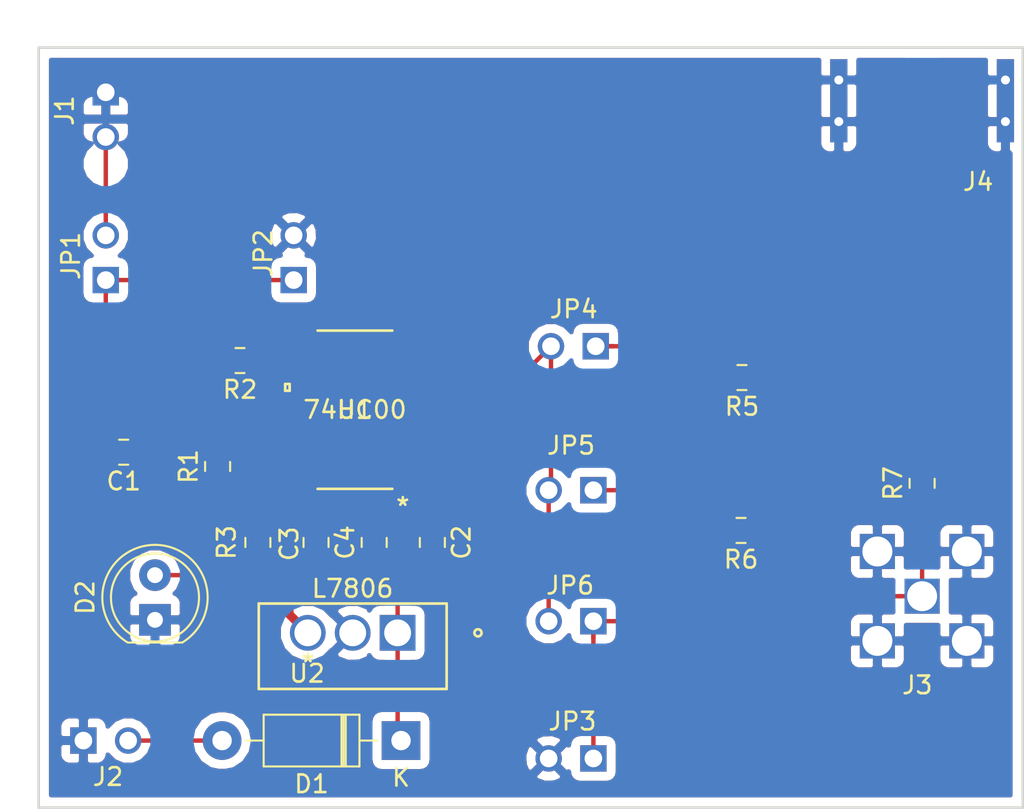
<source format=kicad_pcb>
(kicad_pcb (version 20171130) (host pcbnew "(5.0.1)-4")

  (general
    (thickness 1.6)
    (drawings 4)
    (tracks 84)
    (zones 0)
    (modules 24)
    (nets 17)
  )

  (page A4)
  (layers
    (0 F.Cu signal)
    (31 B.Cu signal)
    (32 B.Adhes user)
    (33 F.Adhes user)
    (34 B.Paste user)
    (35 F.Paste user)
    (36 B.SilkS user)
    (37 F.SilkS user)
    (38 B.Mask user)
    (39 F.Mask user)
    (40 Dwgs.User user)
    (41 Cmts.User user)
    (42 Eco1.User user)
    (43 Eco2.User user)
    (44 Edge.Cuts user)
    (45 Margin user)
    (46 B.CrtYd user)
    (47 F.CrtYd user)
    (48 B.Fab user)
    (49 F.Fab user)
  )

  (setup
    (last_trace_width 0.25)
    (trace_clearance 0.2)
    (zone_clearance 0.508)
    (zone_45_only no)
    (trace_min 0.24638)
    (segment_width 0.2)
    (edge_width 0.15)
    (via_size 0.8)
    (via_drill 0.4)
    (via_min_size 0.508)
    (via_min_drill 0.3)
    (uvia_size 0.3)
    (uvia_drill 0.1)
    (uvias_allowed no)
    (uvia_min_size 0.2)
    (uvia_min_drill 0.1)
    (pcb_text_width 0.3)
    (pcb_text_size 1.5 1.5)
    (mod_edge_width 0.15)
    (mod_text_size 1 1)
    (mod_text_width 0.15)
    (pad_size 1 1.5)
    (pad_drill 0)
    (pad_to_mask_clearance 0.051)
    (solder_mask_min_width 0.25)
    (aux_axis_origin 0 0)
    (visible_elements 7FFFFFFF)
    (pcbplotparams
      (layerselection 0x010fc_ffffffff)
      (usegerberextensions false)
      (usegerberattributes false)
      (usegerberadvancedattributes false)
      (creategerberjobfile false)
      (excludeedgelayer true)
      (linewidth 0.100000)
      (plotframeref false)
      (viasonmask false)
      (mode 1)
      (useauxorigin false)
      (hpglpennumber 1)
      (hpglpenspeed 20)
      (hpglpendiameter 15.000000)
      (psnegative false)
      (psa4output false)
      (plotreference true)
      (plotvalue true)
      (plotinvisibletext false)
      (padsonsilk false)
      (subtractmaskfromsilk false)
      (outputformat 1)
      (mirror false)
      (drillshape 1)
      (scaleselection 1)
      (outputdirectory ""))
  )

  (net 0 "")
  (net 1 "Net-(C1-Pad2)")
  (net 2 "Net-(C1-Pad1)")
  (net 3 GND)
  (net 4 "Net-(C2-Pad2)")
  (net 5 "Net-(D1-Pad2)")
  (net 6 "Net-(D2-Pad2)")
  (net 7 "Net-(J1-Pad1)")
  (net 8 "Net-(J3-Pad1)")
  (net 9 "Net-(JP4-Pad2)")
  (net 10 "Net-(JP5-Pad2)")
  (net 11 "Net-(U1-Pad11)")
  (net 12 "Net-(JP4-Pad1)")
  (net 13 "Net-(J4-Pad1)")
  (net 14 +6V)
  (net 15 "Net-(U1-Pad1)")
  (net 16 "Net-(U1-Pad3)")

  (net_class Default "This is the default net class."
    (clearance 0.2)
    (trace_width 0.25)
    (via_dia 0.8)
    (via_drill 0.4)
    (uvia_dia 0.3)
    (uvia_drill 0.1)
    (add_net +6V)
    (add_net GND)
    (add_net "Net-(C1-Pad1)")
    (add_net "Net-(C1-Pad2)")
    (add_net "Net-(C2-Pad2)")
    (add_net "Net-(D1-Pad2)")
    (add_net "Net-(D2-Pad2)")
    (add_net "Net-(J1-Pad1)")
    (add_net "Net-(J3-Pad1)")
    (add_net "Net-(J4-Pad1)")
    (add_net "Net-(JP4-Pad1)")
    (add_net "Net-(JP4-Pad2)")
    (add_net "Net-(JP5-Pad2)")
    (add_net "Net-(U1-Pad1)")
    (add_net "Net-(U1-Pad11)")
    (add_net "Net-(U1-Pad3)")
  )

  (module My_Footprints:L7806ABV (layer F.Cu) (tedit 5BFBA1A4) (tstamp 5BFDB9AE)
    (at 199.430364 55.09389 180)
    (path /5C0252CF)
    (fp_text reference U2 (at 0.040364 -0.78611 180) (layer F.SilkS)
      (effects (font (size 1 1) (thickness 0.15)))
    )
    (fp_text value L7806 (at -2.54 4.03989 180) (layer F.SilkS)
      (effects (font (size 1 1) (thickness 0.15)))
    )
    (fp_circle (center -7.249 1.524) (end -7.0458 1.524) (layer F.Fab) (width 0.1524))
    (fp_circle (center -9.662 1.524) (end -9.4588 1.524) (layer F.SilkS) (width 0.1524))
    (fp_line (start 2.911 3.3147) (end -8.011 3.3147) (layer F.CrtYd) (width 0.1524))
    (fp_line (start 2.911 -1.7907) (end 2.911 3.3147) (layer F.CrtYd) (width 0.1524))
    (fp_line (start -8.011 -1.7907) (end 2.911 -1.7907) (layer F.CrtYd) (width 0.1524))
    (fp_line (start -8.011 3.3147) (end -8.011 -1.7907) (layer F.CrtYd) (width 0.1524))
    (fp_line (start -7.757 -1.5367) (end -7.757 3.0607) (layer F.Fab) (width 0.1524))
    (fp_line (start 2.657 -1.5367) (end -7.757 -1.5367) (layer F.Fab) (width 0.1524))
    (fp_line (start 2.657 3.0607) (end 2.657 -1.5367) (layer F.Fab) (width 0.1524))
    (fp_line (start -7.757 3.0607) (end 2.657 3.0607) (layer F.Fab) (width 0.1524))
    (fp_line (start -7.884 -1.6637) (end -7.884 3.1877) (layer F.SilkS) (width 0.1524))
    (fp_line (start 2.784 -1.6637) (end -7.884 -1.6637) (layer F.SilkS) (width 0.1524))
    (fp_line (start 2.784 3.1877) (end 2.784 -1.6637) (layer F.SilkS) (width 0.1524))
    (fp_line (start -7.884 3.1877) (end 2.784 3.1877) (layer F.SilkS) (width 0.1524))
    (fp_line (start -5.1 1.778) (end -5.1 1.27) (layer F.Fab) (width 0.1524))
    (fp_line (start -5.354 1.524) (end -4.846 1.524) (layer F.Fab) (width 0.1524))
    (fp_text user * (at 0 -0.02411 180) (layer F.Fab)
      (effects (font (size 1 1) (thickness 0.15)))
    )
    (fp_text user * (at -0.010436 -0.20191 180) (layer F.SilkS)
      (effects (font (size 1 1) (thickness 0.15)))
    )
    (pad 3 thru_hole circle (at 0 1.524 180) (size 2.032 2.032) (drill 1.524) (layers *.Cu *.Mask)
      (net 14 +6V))
    (pad 2 thru_hole circle (at -2.55 1.524 180) (size 2.032 2.032) (drill 1.524) (layers *.Cu *.Mask)
      (net 3 GND))
    (pad 1 thru_hole rect (at -5.1 1.524 180) (size 2.032 2.032) (drill 1.524) (layers *.Cu *.Mask)
      (net 4 "Net-(C2-Pad2)"))
  )

  (module LED_THT:LED_D5.0mm (layer F.Cu) (tedit 5995936A) (tstamp 5BFDB88C)
    (at 190.754 52.832 90)
    (descr "LED, diameter 5.0mm, 2 pins, http://cdn-reichelt.de/documents/datenblatt/A500/LL-504BC2E-009.pdf")
    (tags "LED diameter 5.0mm 2 pins")
    (path /5BF68440)
    (fp_text reference D2 (at 1.27 -3.96 90) (layer F.SilkS)
      (effects (font (size 1 1) (thickness 0.15)))
    )
    (fp_text value LED (at 1.27 3.96 90) (layer F.Fab)
      (effects (font (size 1 1) (thickness 0.15)))
    )
    (fp_arc (start 1.27 0) (end -1.23 -1.469694) (angle 299.1) (layer F.Fab) (width 0.1))
    (fp_arc (start 1.27 0) (end -1.29 -1.54483) (angle 148.9) (layer F.SilkS) (width 0.12))
    (fp_arc (start 1.27 0) (end -1.29 1.54483) (angle -148.9) (layer F.SilkS) (width 0.12))
    (fp_circle (center 1.27 0) (end 3.77 0) (layer F.Fab) (width 0.1))
    (fp_circle (center 1.27 0) (end 3.77 0) (layer F.SilkS) (width 0.12))
    (fp_line (start -1.23 -1.469694) (end -1.23 1.469694) (layer F.Fab) (width 0.1))
    (fp_line (start -1.29 -1.545) (end -1.29 1.545) (layer F.SilkS) (width 0.12))
    (fp_line (start -1.95 -3.25) (end -1.95 3.25) (layer F.CrtYd) (width 0.05))
    (fp_line (start -1.95 3.25) (end 4.5 3.25) (layer F.CrtYd) (width 0.05))
    (fp_line (start 4.5 3.25) (end 4.5 -3.25) (layer F.CrtYd) (width 0.05))
    (fp_line (start 4.5 -3.25) (end -1.95 -3.25) (layer F.CrtYd) (width 0.05))
    (fp_text user %R (at 1.25 0 90) (layer F.Fab)
      (effects (font (size 0.8 0.8) (thickness 0.2)))
    )
    (pad 1 thru_hole rect (at 0 0 90) (size 1.8 1.8) (drill 0.9) (layers *.Cu *.Mask)
      (net 3 GND))
    (pad 2 thru_hole circle (at 2.54 0 90) (size 1.8 1.8) (drill 0.9) (layers *.Cu *.Mask)
      (net 6 "Net-(D2-Pad2)"))
    (model ${KISYS3DMOD}/LED_THT.3dshapes/LED_D5.0mm.wrl
      (at (xyz 0 0 0))
      (scale (xyz 1 1 1))
      (rotate (xyz 0 0 0))
    )
  )

  (module Capacitor_SMD:C_0805_2012Metric (layer F.Cu) (tedit 5B36C52B) (tstamp 5BFDB828)
    (at 188.976 43.307 180)
    (descr "Capacitor SMD 0805 (2012 Metric), square (rectangular) end terminal, IPC_7351 nominal, (Body size source: https://docs.google.com/spreadsheets/d/1BsfQQcO9C6DZCsRaXUlFlo91Tg2WpOkGARC1WS5S8t0/edit?usp=sharing), generated with kicad-footprint-generator")
    (tags capacitor)
    (path /5BF34F04)
    (attr smd)
    (fp_text reference C1 (at 0 -1.65 180) (layer F.SilkS)
      (effects (font (size 1 1) (thickness 0.15)))
    )
    (fp_text value C (at 0 1.65 180) (layer F.Fab)
      (effects (font (size 1 1) (thickness 0.15)))
    )
    (fp_text user %R (at 0 0 180) (layer F.Fab)
      (effects (font (size 0.5 0.5) (thickness 0.08)))
    )
    (fp_line (start 1.68 0.95) (end -1.68 0.95) (layer F.CrtYd) (width 0.05))
    (fp_line (start 1.68 -0.95) (end 1.68 0.95) (layer F.CrtYd) (width 0.05))
    (fp_line (start -1.68 -0.95) (end 1.68 -0.95) (layer F.CrtYd) (width 0.05))
    (fp_line (start -1.68 0.95) (end -1.68 -0.95) (layer F.CrtYd) (width 0.05))
    (fp_line (start -0.258578 0.71) (end 0.258578 0.71) (layer F.SilkS) (width 0.12))
    (fp_line (start -0.258578 -0.71) (end 0.258578 -0.71) (layer F.SilkS) (width 0.12))
    (fp_line (start 1 0.6) (end -1 0.6) (layer F.Fab) (width 0.1))
    (fp_line (start 1 -0.6) (end 1 0.6) (layer F.Fab) (width 0.1))
    (fp_line (start -1 -0.6) (end 1 -0.6) (layer F.Fab) (width 0.1))
    (fp_line (start -1 0.6) (end -1 -0.6) (layer F.Fab) (width 0.1))
    (pad 2 smd roundrect (at 0.9375 0 180) (size 0.975 1.4) (layers F.Cu F.Paste F.Mask) (roundrect_rratio 0.25)
      (net 1 "Net-(C1-Pad2)"))
    (pad 1 smd roundrect (at -0.9375 0 180) (size 0.975 1.4) (layers F.Cu F.Paste F.Mask) (roundrect_rratio 0.25)
      (net 2 "Net-(C1-Pad1)"))
    (model ${KISYS3DMOD}/Capacitor_SMD.3dshapes/C_0805_2012Metric.wrl
      (at (xyz 0 0 0))
      (scale (xyz 1 1 1))
      (rotate (xyz 0 0 0))
    )
  )

  (module Capacitor_SMD:C_0805_2012Metric (layer F.Cu) (tedit 5B36C52B) (tstamp 5BFDB839)
    (at 206.502 48.4355 270)
    (descr "Capacitor SMD 0805 (2012 Metric), square (rectangular) end terminal, IPC_7351 nominal, (Body size source: https://docs.google.com/spreadsheets/d/1BsfQQcO9C6DZCsRaXUlFlo91Tg2WpOkGARC1WS5S8t0/edit?usp=sharing), generated with kicad-footprint-generator")
    (tags capacitor)
    (path /5BF63FDD)
    (attr smd)
    (fp_text reference C2 (at 0 -1.65 270) (layer F.SilkS)
      (effects (font (size 1 1) (thickness 0.15)))
    )
    (fp_text value C (at 0.1755 1.4732 270) (layer F.Fab)
      (effects (font (size 1 1) (thickness 0.15)))
    )
    (fp_text user %R (at 0 0 270) (layer F.Fab)
      (effects (font (size 0.5 0.5) (thickness 0.08)))
    )
    (fp_line (start 1.68 0.95) (end -1.68 0.95) (layer F.CrtYd) (width 0.05))
    (fp_line (start 1.68 -0.95) (end 1.68 0.95) (layer F.CrtYd) (width 0.05))
    (fp_line (start -1.68 -0.95) (end 1.68 -0.95) (layer F.CrtYd) (width 0.05))
    (fp_line (start -1.68 0.95) (end -1.68 -0.95) (layer F.CrtYd) (width 0.05))
    (fp_line (start -0.258578 0.71) (end 0.258578 0.71) (layer F.SilkS) (width 0.12))
    (fp_line (start -0.258578 -0.71) (end 0.258578 -0.71) (layer F.SilkS) (width 0.12))
    (fp_line (start 1 0.6) (end -1 0.6) (layer F.Fab) (width 0.1))
    (fp_line (start 1 -0.6) (end 1 0.6) (layer F.Fab) (width 0.1))
    (fp_line (start -1 -0.6) (end 1 -0.6) (layer F.Fab) (width 0.1))
    (fp_line (start -1 0.6) (end -1 -0.6) (layer F.Fab) (width 0.1))
    (pad 2 smd roundrect (at 0.9375 0 270) (size 0.975 1.4) (layers F.Cu F.Paste F.Mask) (roundrect_rratio 0.25)
      (net 4 "Net-(C2-Pad2)"))
    (pad 1 smd roundrect (at -0.9375 0 270) (size 0.975 1.4) (layers F.Cu F.Paste F.Mask) (roundrect_rratio 0.25)
      (net 3 GND))
    (model ${KISYS3DMOD}/Capacitor_SMD.3dshapes/C_0805_2012Metric.wrl
      (at (xyz 0 0 0))
      (scale (xyz 1 1 1))
      (rotate (xyz 0 0 0))
    )
  )

  (module Capacitor_SMD:C_0805_2012Metric (layer F.Cu) (tedit 5B36C52B) (tstamp 5BFDB84A)
    (at 199.898 48.4355 90)
    (descr "Capacitor SMD 0805 (2012 Metric), square (rectangular) end terminal, IPC_7351 nominal, (Body size source: https://docs.google.com/spreadsheets/d/1BsfQQcO9C6DZCsRaXUlFlo91Tg2WpOkGARC1WS5S8t0/edit?usp=sharing), generated with kicad-footprint-generator")
    (tags capacitor)
    (path /5BF63C11)
    (attr smd)
    (fp_text reference C3 (at -0.0785 -1.524 90) (layer F.SilkS)
      (effects (font (size 1 1) (thickness 0.15)))
    )
    (fp_text value C (at 0 1.65 90) (layer F.Fab)
      (effects (font (size 1 1) (thickness 0.15)))
    )
    (fp_line (start -1 0.6) (end -1 -0.6) (layer F.Fab) (width 0.1))
    (fp_line (start -1 -0.6) (end 1 -0.6) (layer F.Fab) (width 0.1))
    (fp_line (start 1 -0.6) (end 1 0.6) (layer F.Fab) (width 0.1))
    (fp_line (start 1 0.6) (end -1 0.6) (layer F.Fab) (width 0.1))
    (fp_line (start -0.258578 -0.71) (end 0.258578 -0.71) (layer F.SilkS) (width 0.12))
    (fp_line (start -0.258578 0.71) (end 0.258578 0.71) (layer F.SilkS) (width 0.12))
    (fp_line (start -1.68 0.95) (end -1.68 -0.95) (layer F.CrtYd) (width 0.05))
    (fp_line (start -1.68 -0.95) (end 1.68 -0.95) (layer F.CrtYd) (width 0.05))
    (fp_line (start 1.68 -0.95) (end 1.68 0.95) (layer F.CrtYd) (width 0.05))
    (fp_line (start 1.68 0.95) (end -1.68 0.95) (layer F.CrtYd) (width 0.05))
    (fp_text user %R (at 0 0 90) (layer F.Fab)
      (effects (font (size 0.5 0.5) (thickness 0.08)))
    )
    (pad 1 smd roundrect (at -0.9375 0 90) (size 0.975 1.4) (layers F.Cu F.Paste F.Mask) (roundrect_rratio 0.25)
      (net 3 GND))
    (pad 2 smd roundrect (at 0.9375 0 90) (size 0.975 1.4) (layers F.Cu F.Paste F.Mask) (roundrect_rratio 0.25)
      (net 14 +6V))
    (model ${KISYS3DMOD}/Capacitor_SMD.3dshapes/C_0805_2012Metric.wrl
      (at (xyz 0 0 0))
      (scale (xyz 1 1 1))
      (rotate (xyz 0 0 0))
    )
  )

  (module Capacitor_SMD:C_0805_2012Metric (layer F.Cu) (tedit 5BFDB08C) (tstamp 5BFDB85B)
    (at 203.2 48.4355 90)
    (descr "Capacitor SMD 0805 (2012 Metric), square (rectangular) end terminal, IPC_7351 nominal, (Body size source: https://docs.google.com/spreadsheets/d/1BsfQQcO9C6DZCsRaXUlFlo91Tg2WpOkGARC1WS5S8t0/edit?usp=sharing), generated with kicad-footprint-generator")
    (tags capacitor)
    (path /5BF633DC)
    (attr smd)
    (fp_text reference C4 (at 0 -1.65 90) (layer F.SilkS)
      (effects (font (size 1 1) (thickness 0.15)))
    )
    (fp_text value C (at 0 1.65 90) (layer F.Fab)
      (effects (font (size 1 1) (thickness 0.15)))
    )
    (fp_line (start -1 0.6) (end -1 -0.6) (layer F.Fab) (width 0.1))
    (fp_line (start -1 -0.6) (end 1 -0.6) (layer F.Fab) (width 0.1))
    (fp_line (start 1 -0.6) (end 1 0.6) (layer F.Fab) (width 0.1))
    (fp_line (start 1 0.6) (end -1 0.6) (layer F.Fab) (width 0.1))
    (fp_line (start -0.258578 -0.71) (end 0.258578 -0.71) (layer F.SilkS) (width 0.12))
    (fp_line (start -0.258578 0.71) (end 0.258578 0.71) (layer F.SilkS) (width 0.12))
    (fp_line (start -1.68 0.95) (end -1.68 -0.95) (layer F.CrtYd) (width 0.05))
    (fp_line (start -1.68 -0.95) (end 1.68 -0.95) (layer F.CrtYd) (width 0.05))
    (fp_line (start 1.68 -0.95) (end 1.68 0.95) (layer F.CrtYd) (width 0.05))
    (fp_line (start 1.68 0.95) (end -1.68 0.95) (layer F.CrtYd) (width 0.05))
    (fp_text user %R (at -0.0231 -0.0508 90) (layer F.Fab)
      (effects (font (size 0.5 0.5) (thickness 0.08)))
    )
    (pad 1 smd roundrect (at -0.9375 0 90) (size 0.975 1.4) (layers F.Cu F.Paste F.Mask) (roundrect_rratio 0.25)
      (net 3 GND))
    (pad 2 smd roundrect (at 0.9375 0 90) (size 0.975 1.4) (layers F.Cu F.Paste F.Mask) (roundrect_rratio 0.25)
      (net 14 +6V))
    (model ${KISYS3DMOD}/Capacitor_SMD.3dshapes/C_0805_2012Metric.wrl
      (at (xyz 0 0 0))
      (scale (xyz 1 1 1))
      (rotate (xyz 0 0 0))
    )
  )

  (module Diode_THT:D_DO-41_SOD81_P10.16mm_Horizontal (layer F.Cu) (tedit 5AE50CD5) (tstamp 5BFDB87A)
    (at 204.724 59.69 180)
    (descr "Diode, DO-41_SOD81 series, Axial, Horizontal, pin pitch=10.16mm, , length*diameter=5.2*2.7mm^2, , http://www.diodes.com/_files/packages/DO-41%20(Plastic).pdf")
    (tags "Diode DO-41_SOD81 series Axial Horizontal pin pitch 10.16mm  length 5.2mm diameter 2.7mm")
    (path /5BF6099A)
    (fp_text reference D1 (at 5.08 -2.47 180) (layer F.SilkS)
      (effects (font (size 1 1) (thickness 0.15)))
    )
    (fp_text value 1N4001 (at 5.08 2.47 180) (layer F.Fab)
      (effects (font (size 1 1) (thickness 0.15)))
    )
    (fp_line (start 2.48 -1.35) (end 2.48 1.35) (layer F.Fab) (width 0.1))
    (fp_line (start 2.48 1.35) (end 7.68 1.35) (layer F.Fab) (width 0.1))
    (fp_line (start 7.68 1.35) (end 7.68 -1.35) (layer F.Fab) (width 0.1))
    (fp_line (start 7.68 -1.35) (end 2.48 -1.35) (layer F.Fab) (width 0.1))
    (fp_line (start 0 0) (end 2.48 0) (layer F.Fab) (width 0.1))
    (fp_line (start 10.16 0) (end 7.68 0) (layer F.Fab) (width 0.1))
    (fp_line (start 3.26 -1.35) (end 3.26 1.35) (layer F.Fab) (width 0.1))
    (fp_line (start 3.36 -1.35) (end 3.36 1.35) (layer F.Fab) (width 0.1))
    (fp_line (start 3.16 -1.35) (end 3.16 1.35) (layer F.Fab) (width 0.1))
    (fp_line (start 2.36 -1.47) (end 2.36 1.47) (layer F.SilkS) (width 0.12))
    (fp_line (start 2.36 1.47) (end 7.8 1.47) (layer F.SilkS) (width 0.12))
    (fp_line (start 7.8 1.47) (end 7.8 -1.47) (layer F.SilkS) (width 0.12))
    (fp_line (start 7.8 -1.47) (end 2.36 -1.47) (layer F.SilkS) (width 0.12))
    (fp_line (start 1.34 0) (end 2.36 0) (layer F.SilkS) (width 0.12))
    (fp_line (start 8.82 0) (end 7.8 0) (layer F.SilkS) (width 0.12))
    (fp_line (start 3.26 -1.47) (end 3.26 1.47) (layer F.SilkS) (width 0.12))
    (fp_line (start 3.38 -1.47) (end 3.38 1.47) (layer F.SilkS) (width 0.12))
    (fp_line (start 3.14 -1.47) (end 3.14 1.47) (layer F.SilkS) (width 0.12))
    (fp_line (start -1.35 -1.6) (end -1.35 1.6) (layer F.CrtYd) (width 0.05))
    (fp_line (start -1.35 1.6) (end 11.51 1.6) (layer F.CrtYd) (width 0.05))
    (fp_line (start 11.51 1.6) (end 11.51 -1.6) (layer F.CrtYd) (width 0.05))
    (fp_line (start 11.51 -1.6) (end -1.35 -1.6) (layer F.CrtYd) (width 0.05))
    (fp_text user %R (at 5.47 0 180) (layer F.Fab)
      (effects (font (size 1 1) (thickness 0.15)))
    )
    (fp_text user K (at 0 -2.1 180) (layer F.Fab)
      (effects (font (size 1 1) (thickness 0.15)))
    )
    (fp_text user K (at 0 -2.1 180) (layer F.SilkS)
      (effects (font (size 1 1) (thickness 0.15)))
    )
    (pad 1 thru_hole rect (at 0 0 180) (size 2.2 2.2) (drill 1.1) (layers *.Cu *.Mask)
      (net 4 "Net-(C2-Pad2)"))
    (pad 2 thru_hole oval (at 10.16 0 180) (size 2.2 2.2) (drill 1.1) (layers *.Cu *.Mask)
      (net 5 "Net-(D1-Pad2)"))
    (model ${KISYS3DMOD}/Diode_THT.3dshapes/D_DO-41_SOD81_P10.16mm_Horizontal.wrl
      (at (xyz 0 0 0))
      (scale (xyz 1 1 1))
      (rotate (xyz 0 0 0))
    )
  )

  (module My_Footprints:Vertical_BNC_Connector (layer F.Cu) (tedit 5BFD054B) (tstamp 5BFDB8BB)
    (at 234.30992 51.487621 180)
    (path /5BF5C810)
    (fp_text reference J3 (at 0.27432 -5.052779 180) (layer F.SilkS)
      (effects (font (size 1 1) (thickness 0.15)))
    )
    (fp_text value "Test Line" (at -0.189708 -5.255979 180) (layer F.Fab)
      (effects (font (size 1 1) (thickness 0.15)))
    )
    (pad 2 thru_hole rect (at -2.54 -2.54 180) (size 1.9939 1.9939) (drill 1.7018) (layers *.Cu *.Mask)
      (net 3 GND))
    (pad 2 thru_hole rect (at 2.54 -2.54 180) (size 1.9939 1.9939) (drill 1.7018) (layers *.Cu *.Mask)
      (net 3 GND))
    (pad 2 thru_hole rect (at -2.54 2.54 180) (size 1.9939 1.9939) (drill 1.7018) (layers *.Cu *.Mask)
      (net 3 GND))
    (pad 2 thru_hole rect (at 2.54 2.54 180) (size 1.9939 1.9939) (drill 1.7018) (layers *.Cu *.Mask)
      (net 3 GND))
    (pad 1 thru_hole rect (at 0 0 180) (size 1.9939 1.9939) (drill 1.7018) (layers *.Cu *.Mask)
      (net 8 "Net-(J3-Pad1)"))
  )

  (module My_Footprints:BNC_Connector (layer F.Cu) (tedit 5BFCFE4E) (tstamp 5BFDB8C4)
    (at 234.30992 23.3426 180)
    (path /5BF5CE7C)
    (fp_text reference J4 (at -3.18008 -4.5974 180) (layer F.SilkS)
      (effects (font (size 1 1) (thickness 0.15)))
    )
    (fp_text value OSC (at 4.445 4.445 180) (layer F.Fab)
      (effects (font (size 1 1) (thickness 0.15)))
    )
    (pad 1 smd rect (at 0 0 180) (size 0.6985 4.7244) (layers F.Cu F.Paste F.Mask)
      (net 13 "Net-(J4-Pad1)"))
    (pad 2 thru_hole rect (at -4.73075 -1.1811 180) (size 0.9779 2.3622) (drill 0.508) (layers *.Cu *.Mask)
      (net 3 GND))
    (pad 2 thru_hole rect (at -4.73075 1.1811 180) (size 0.9779 2.3622) (drill 0.508) (layers *.Cu *.Mask)
      (net 3 GND))
    (pad 2 thru_hole rect (at 4.73075 -1.1811 180) (size 0.9779 2.3622) (drill 0.508) (layers *.Cu *.Mask)
      (net 3 GND))
    (pad 2 thru_hole rect (at 4.73075 1.1811 180) (size 0.9779 2.3622) (drill 0.508) (layers *.Cu *.Mask)
      (net 3 GND))
  )

  (module Resistor_SMD:R_0805_2012Metric (layer F.Cu) (tedit 5B36C52B) (tstamp 5BFDB929)
    (at 194.31 44.1175 90)
    (descr "Resistor SMD 0805 (2012 Metric), square (rectangular) end terminal, IPC_7351 nominal, (Body size source: https://docs.google.com/spreadsheets/d/1BsfQQcO9C6DZCsRaXUlFlo91Tg2WpOkGARC1WS5S8t0/edit?usp=sharing), generated with kicad-footprint-generator")
    (tags resistor)
    (path /5BF350A6)
    (attr smd)
    (fp_text reference R1 (at 0 -1.65 90) (layer F.SilkS)
      (effects (font (size 1 1) (thickness 0.15)))
    )
    (fp_text value R (at 0 1.65 90) (layer F.Fab)
      (effects (font (size 1 1) (thickness 0.15)))
    )
    (fp_line (start -1 0.6) (end -1 -0.6) (layer F.Fab) (width 0.1))
    (fp_line (start -1 -0.6) (end 1 -0.6) (layer F.Fab) (width 0.1))
    (fp_line (start 1 -0.6) (end 1 0.6) (layer F.Fab) (width 0.1))
    (fp_line (start 1 0.6) (end -1 0.6) (layer F.Fab) (width 0.1))
    (fp_line (start -0.258578 -0.71) (end 0.258578 -0.71) (layer F.SilkS) (width 0.12))
    (fp_line (start -0.258578 0.71) (end 0.258578 0.71) (layer F.SilkS) (width 0.12))
    (fp_line (start -1.68 0.95) (end -1.68 -0.95) (layer F.CrtYd) (width 0.05))
    (fp_line (start -1.68 -0.95) (end 1.68 -0.95) (layer F.CrtYd) (width 0.05))
    (fp_line (start 1.68 -0.95) (end 1.68 0.95) (layer F.CrtYd) (width 0.05))
    (fp_line (start 1.68 0.95) (end -1.68 0.95) (layer F.CrtYd) (width 0.05))
    (fp_text user %R (at 0 0 90) (layer F.Fab)
      (effects (font (size 0.5 0.5) (thickness 0.08)))
    )
    (pad 1 smd roundrect (at -0.9375 0 90) (size 0.975 1.4) (layers F.Cu F.Paste F.Mask) (roundrect_rratio 0.25)
      (net 14 +6V))
    (pad 2 smd roundrect (at 0.9375 0 90) (size 0.975 1.4) (layers F.Cu F.Paste F.Mask) (roundrect_rratio 0.25)
      (net 2 "Net-(C1-Pad1)"))
    (model ${KISYS3DMOD}/Resistor_SMD.3dshapes/R_0805_2012Metric.wrl
      (at (xyz 0 0 0))
      (scale (xyz 1 1 1))
      (rotate (xyz 0 0 0))
    )
  )

  (module Resistor_SMD:R_0805_2012Metric (layer F.Cu) (tedit 5B36C52B) (tstamp 5BFDB93A)
    (at 195.58 38.1 180)
    (descr "Resistor SMD 0805 (2012 Metric), square (rectangular) end terminal, IPC_7351 nominal, (Body size source: https://docs.google.com/spreadsheets/d/1BsfQQcO9C6DZCsRaXUlFlo91Tg2WpOkGARC1WS5S8t0/edit?usp=sharing), generated with kicad-footprint-generator")
    (tags resistor)
    (path /5BF34FD3)
    (attr smd)
    (fp_text reference R2 (at 0 -1.65 180) (layer F.SilkS)
      (effects (font (size 1 1) (thickness 0.15)))
    )
    (fp_text value R (at 0 1.65 180) (layer F.Fab)
      (effects (font (size 1 1) (thickness 0.15)))
    )
    (fp_text user %R (at 0 0 180) (layer F.Fab)
      (effects (font (size 0.5 0.5) (thickness 0.08)))
    )
    (fp_line (start 1.68 0.95) (end -1.68 0.95) (layer F.CrtYd) (width 0.05))
    (fp_line (start 1.68 -0.95) (end 1.68 0.95) (layer F.CrtYd) (width 0.05))
    (fp_line (start -1.68 -0.95) (end 1.68 -0.95) (layer F.CrtYd) (width 0.05))
    (fp_line (start -1.68 0.95) (end -1.68 -0.95) (layer F.CrtYd) (width 0.05))
    (fp_line (start -0.258578 0.71) (end 0.258578 0.71) (layer F.SilkS) (width 0.12))
    (fp_line (start -0.258578 -0.71) (end 0.258578 -0.71) (layer F.SilkS) (width 0.12))
    (fp_line (start 1 0.6) (end -1 0.6) (layer F.Fab) (width 0.1))
    (fp_line (start 1 -0.6) (end 1 0.6) (layer F.Fab) (width 0.1))
    (fp_line (start -1 -0.6) (end 1 -0.6) (layer F.Fab) (width 0.1))
    (fp_line (start -1 0.6) (end -1 -0.6) (layer F.Fab) (width 0.1))
    (pad 2 smd roundrect (at 0.9375 0 180) (size 0.975 1.4) (layers F.Cu F.Paste F.Mask) (roundrect_rratio 0.25)
      (net 3 GND))
    (pad 1 smd roundrect (at -0.9375 0 180) (size 0.975 1.4) (layers F.Cu F.Paste F.Mask) (roundrect_rratio 0.25)
      (net 2 "Net-(C1-Pad1)"))
    (model ${KISYS3DMOD}/Resistor_SMD.3dshapes/R_0805_2012Metric.wrl
      (at (xyz 0 0 0))
      (scale (xyz 1 1 1))
      (rotate (xyz 0 0 0))
    )
  )

  (module Resistor_SMD:R_0805_2012Metric (layer F.Cu) (tedit 5B36C52B) (tstamp 5BFDB94B)
    (at 196.596 48.4355 90)
    (descr "Resistor SMD 0805 (2012 Metric), square (rectangular) end terminal, IPC_7351 nominal, (Body size source: https://docs.google.com/spreadsheets/d/1BsfQQcO9C6DZCsRaXUlFlo91Tg2WpOkGARC1WS5S8t0/edit?usp=sharing), generated with kicad-footprint-generator")
    (tags resistor)
    (path /5BF687EC)
    (attr smd)
    (fp_text reference R3 (at 0 -1.778 90) (layer F.SilkS)
      (effects (font (size 1 1) (thickness 0.15)))
    )
    (fp_text value R (at 0 1.65 90) (layer F.Fab)
      (effects (font (size 1 1) (thickness 0.15)))
    )
    (fp_text user %R (at 0 0 90) (layer F.Fab)
      (effects (font (size 0.5 0.5) (thickness 0.08)))
    )
    (fp_line (start 1.68 0.95) (end -1.68 0.95) (layer F.CrtYd) (width 0.05))
    (fp_line (start 1.68 -0.95) (end 1.68 0.95) (layer F.CrtYd) (width 0.05))
    (fp_line (start -1.68 -0.95) (end 1.68 -0.95) (layer F.CrtYd) (width 0.05))
    (fp_line (start -1.68 0.95) (end -1.68 -0.95) (layer F.CrtYd) (width 0.05))
    (fp_line (start -0.258578 0.71) (end 0.258578 0.71) (layer F.SilkS) (width 0.12))
    (fp_line (start -0.258578 -0.71) (end 0.258578 -0.71) (layer F.SilkS) (width 0.12))
    (fp_line (start 1 0.6) (end -1 0.6) (layer F.Fab) (width 0.1))
    (fp_line (start 1 -0.6) (end 1 0.6) (layer F.Fab) (width 0.1))
    (fp_line (start -1 -0.6) (end 1 -0.6) (layer F.Fab) (width 0.1))
    (fp_line (start -1 0.6) (end -1 -0.6) (layer F.Fab) (width 0.1))
    (pad 2 smd roundrect (at 0.9375 0 90) (size 0.975 1.4) (layers F.Cu F.Paste F.Mask) (roundrect_rratio 0.25)
      (net 14 +6V))
    (pad 1 smd roundrect (at -0.9375 0 90) (size 0.975 1.4) (layers F.Cu F.Paste F.Mask) (roundrect_rratio 0.25)
      (net 6 "Net-(D2-Pad2)"))
    (model ${KISYS3DMOD}/Resistor_SMD.3dshapes/R_0805_2012Metric.wrl
      (at (xyz 0 0 0))
      (scale (xyz 1 1 1))
      (rotate (xyz 0 0 0))
    )
  )

  (module Resistor_SMD:R_0805_2012Metric (layer F.Cu) (tedit 5B36C52B) (tstamp 5BFDB95C)
    (at 224.081552 39.0652 180)
    (descr "Resistor SMD 0805 (2012 Metric), square (rectangular) end terminal, IPC_7351 nominal, (Body size source: https://docs.google.com/spreadsheets/d/1BsfQQcO9C6DZCsRaXUlFlo91Tg2WpOkGARC1WS5S8t0/edit?usp=sharing), generated with kicad-footprint-generator")
    (tags resistor)
    (path /5BFA4CB4)
    (attr smd)
    (fp_text reference R5 (at 0 -1.65 180) (layer F.SilkS)
      (effects (font (size 1 1) (thickness 0.15)))
    )
    (fp_text value R (at 0.4295 1.778 180) (layer F.Fab)
      (effects (font (size 1 1) (thickness 0.15)))
    )
    (fp_line (start -1 0.6) (end -1 -0.6) (layer F.Fab) (width 0.1))
    (fp_line (start -1 -0.6) (end 1 -0.6) (layer F.Fab) (width 0.1))
    (fp_line (start 1 -0.6) (end 1 0.6) (layer F.Fab) (width 0.1))
    (fp_line (start 1 0.6) (end -1 0.6) (layer F.Fab) (width 0.1))
    (fp_line (start -0.258578 -0.71) (end 0.258578 -0.71) (layer F.SilkS) (width 0.12))
    (fp_line (start -0.258578 0.71) (end 0.258578 0.71) (layer F.SilkS) (width 0.12))
    (fp_line (start -1.68 0.95) (end -1.68 -0.95) (layer F.CrtYd) (width 0.05))
    (fp_line (start -1.68 -0.95) (end 1.68 -0.95) (layer F.CrtYd) (width 0.05))
    (fp_line (start 1.68 -0.95) (end 1.68 0.95) (layer F.CrtYd) (width 0.05))
    (fp_line (start 1.68 0.95) (end -1.68 0.95) (layer F.CrtYd) (width 0.05))
    (fp_text user %R (at 0 0 180) (layer F.Fab)
      (effects (font (size 0.5 0.5) (thickness 0.08)))
    )
    (pad 1 smd roundrect (at -0.9375 0 180) (size 0.975 1.4) (layers F.Cu F.Paste F.Mask) (roundrect_rratio 0.25)
      (net 8 "Net-(J3-Pad1)"))
    (pad 2 smd roundrect (at 0.9375 0 180) (size 0.975 1.4) (layers F.Cu F.Paste F.Mask) (roundrect_rratio 0.25)
      (net 9 "Net-(JP4-Pad2)"))
    (model ${KISYS3DMOD}/Resistor_SMD.3dshapes/R_0805_2012Metric.wrl
      (at (xyz 0 0 0))
      (scale (xyz 1 1 1))
      (rotate (xyz 0 0 0))
    )
  )

  (module Resistor_SMD:R_0805_2012Metric (layer F.Cu) (tedit 5B36C52B) (tstamp 5BFDB96D)
    (at 224.028 47.752 180)
    (descr "Resistor SMD 0805 (2012 Metric), square (rectangular) end terminal, IPC_7351 nominal, (Body size source: https://docs.google.com/spreadsheets/d/1BsfQQcO9C6DZCsRaXUlFlo91Tg2WpOkGARC1WS5S8t0/edit?usp=sharing), generated with kicad-footprint-generator")
    (tags resistor)
    (path /5BFA5C0B)
    (attr smd)
    (fp_text reference R6 (at 0 -1.65 180) (layer F.SilkS)
      (effects (font (size 1 1) (thickness 0.15)))
    )
    (fp_text value R (at 0 1.65 180) (layer F.Fab)
      (effects (font (size 1 1) (thickness 0.15)))
    )
    (fp_line (start -1 0.6) (end -1 -0.6) (layer F.Fab) (width 0.1))
    (fp_line (start -1 -0.6) (end 1 -0.6) (layer F.Fab) (width 0.1))
    (fp_line (start 1 -0.6) (end 1 0.6) (layer F.Fab) (width 0.1))
    (fp_line (start 1 0.6) (end -1 0.6) (layer F.Fab) (width 0.1))
    (fp_line (start -0.258578 -0.71) (end 0.258578 -0.71) (layer F.SilkS) (width 0.12))
    (fp_line (start -0.258578 0.71) (end 0.258578 0.71) (layer F.SilkS) (width 0.12))
    (fp_line (start -1.68 0.95) (end -1.68 -0.95) (layer F.CrtYd) (width 0.05))
    (fp_line (start -1.68 -0.95) (end 1.68 -0.95) (layer F.CrtYd) (width 0.05))
    (fp_line (start 1.68 -0.95) (end 1.68 0.95) (layer F.CrtYd) (width 0.05))
    (fp_line (start 1.68 0.95) (end -1.68 0.95) (layer F.CrtYd) (width 0.05))
    (fp_text user %R (at 0 0 180) (layer F.Fab)
      (effects (font (size 0.5 0.5) (thickness 0.08)))
    )
    (pad 1 smd roundrect (at -0.9375 0 180) (size 0.975 1.4) (layers F.Cu F.Paste F.Mask) (roundrect_rratio 0.25)
      (net 8 "Net-(J3-Pad1)"))
    (pad 2 smd roundrect (at 0.9375 0 180) (size 0.975 1.4) (layers F.Cu F.Paste F.Mask) (roundrect_rratio 0.25)
      (net 10 "Net-(JP5-Pad2)"))
    (model ${KISYS3DMOD}/Resistor_SMD.3dshapes/R_0805_2012Metric.wrl
      (at (xyz 0 0 0))
      (scale (xyz 1 1 1))
      (rotate (xyz 0 0 0))
    )
  )

  (module Resistor_SMD:R_0805_2012Metric (layer F.Cu) (tedit 5B36C52B) (tstamp 5BFDB97E)
    (at 234.30992 45.073808 90)
    (descr "Resistor SMD 0805 (2012 Metric), square (rectangular) end terminal, IPC_7351 nominal, (Body size source: https://docs.google.com/spreadsheets/d/1BsfQQcO9C6DZCsRaXUlFlo91Tg2WpOkGARC1WS5S8t0/edit?usp=sharing), generated with kicad-footprint-generator")
    (tags resistor)
    (path /5BFE684F)
    (attr smd)
    (fp_text reference R7 (at 0 -1.65 90) (layer F.SilkS)
      (effects (font (size 1 1) (thickness 0.15)))
    )
    (fp_text value R (at 0 1.65 90) (layer F.Fab)
      (effects (font (size 1 1) (thickness 0.15)))
    )
    (fp_text user %R (at 0 0 90) (layer F.Fab)
      (effects (font (size 0.5 0.5) (thickness 0.08)))
    )
    (fp_line (start 1.68 0.95) (end -1.68 0.95) (layer F.CrtYd) (width 0.05))
    (fp_line (start 1.68 -0.95) (end 1.68 0.95) (layer F.CrtYd) (width 0.05))
    (fp_line (start -1.68 -0.95) (end 1.68 -0.95) (layer F.CrtYd) (width 0.05))
    (fp_line (start -1.68 0.95) (end -1.68 -0.95) (layer F.CrtYd) (width 0.05))
    (fp_line (start -0.258578 0.71) (end 0.258578 0.71) (layer F.SilkS) (width 0.12))
    (fp_line (start -0.258578 -0.71) (end 0.258578 -0.71) (layer F.SilkS) (width 0.12))
    (fp_line (start 1 0.6) (end -1 0.6) (layer F.Fab) (width 0.1))
    (fp_line (start 1 -0.6) (end 1 0.6) (layer F.Fab) (width 0.1))
    (fp_line (start -1 -0.6) (end 1 -0.6) (layer F.Fab) (width 0.1))
    (fp_line (start -1 0.6) (end -1 -0.6) (layer F.Fab) (width 0.1))
    (pad 2 smd roundrect (at 0.9375 0 90) (size 0.975 1.4) (layers F.Cu F.Paste F.Mask) (roundrect_rratio 0.25)
      (net 13 "Net-(J4-Pad1)"))
    (pad 1 smd roundrect (at -0.9375 0 90) (size 0.975 1.4) (layers F.Cu F.Paste F.Mask) (roundrect_rratio 0.25)
      (net 8 "Net-(J3-Pad1)"))
    (model ${KISYS3DMOD}/Resistor_SMD.3dshapes/R_0805_2012Metric.wrl
      (at (xyz 0 0 0))
      (scale (xyz 1 1 1))
      (rotate (xyz 0 0 0))
    )
  )

  (module My_Footprints:header_2_pins (layer F.Cu) (tedit 5BFCF9BC) (tstamp 5BFDCBFF)
    (at 187.96 25.4 90)
    (path /5BF34C06)
    (fp_text reference J1 (at 1.4986 -2.3368 90) (layer F.SilkS)
      (effects (font (size 1 1) (thickness 0.15)))
    )
    (fp_text value Conn_01x02_Male (at 1.016 2.794 90) (layer F.Fab)
      (effects (font (size 1 1) (thickness 0.15)))
    )
    (pad 2 thru_hole rect (at 2.54 0 90) (size 1.5 1.5) (drill 1) (layers *.Cu *.Mask)
      (net 3 GND))
    (pad 1 thru_hole circle (at 0 0 90) (size 1.5 1.5) (drill 1) (layers *.Cu *.Mask)
      (net 7 "Net-(J1-Pad1)"))
  )

  (module My_Footprints:header_2_pins (layer F.Cu) (tedit 5BFCF9BC) (tstamp 5BFDCC04)
    (at 189.23 59.69 180)
    (path /5BF61605)
    (fp_text reference J2 (at 1.143 -2.0574 180) (layer F.SilkS)
      (effects (font (size 1 1) (thickness 0.15)))
    )
    (fp_text value Conn_01x02_Male (at 0.508 2.032 180) (layer F.Fab)
      (effects (font (size 1 1) (thickness 0.15)))
    )
    (pad 1 thru_hole circle (at 0 0 180) (size 1.5 1.5) (drill 1) (layers *.Cu *.Mask)
      (net 5 "Net-(D1-Pad2)"))
    (pad 2 thru_hole rect (at 2.54 0 180) (size 1.5 1.5) (drill 1) (layers *.Cu *.Mask)
      (net 3 GND))
  )

  (module My_Footprints:header_2_pins (layer F.Cu) (tedit 5BFF3480) (tstamp 5BFDCC27)
    (at 187.96 30.988 270)
    (path /5BFC95F1)
    (fp_text reference JP1 (at 1.1684 1.9812 270) (layer F.SilkS)
      (effects (font (size 1 1) (thickness 0.15)))
    )
    (fp_text value Jumper (at 7.62 -0.254 270) (layer F.Fab)
      (effects (font (size 1 1) (thickness 0.15)))
    )
    (pad 1 thru_hole circle (at 0 0 270) (size 1.5 1.5) (drill 1) (layers *.Cu *.Mask)
      (net 7 "Net-(J1-Pad1)"))
    (pad 2 thru_hole rect (at 2.54 0 270) (size 1.5 1.5) (drill 1) (layers *.Cu *.Mask)
      (net 1 "Net-(C1-Pad2)"))
  )

  (module My_Footprints:header_2_pins (layer F.Cu) (tedit 5BFCF9BC) (tstamp 5BFDCC2C)
    (at 198.628 30.988 270)
    (path /5BFCA8E8)
    (fp_text reference JP2 (at 1.016 1.7272 270) (layer F.SilkS)
      (effects (font (size 1 1) (thickness 0.15)))
    )
    (fp_text value Jumper (at -3.556 0.508 270) (layer F.Fab)
      (effects (font (size 1 1) (thickness 0.15)))
    )
    (pad 2 thru_hole rect (at 2.54 0 270) (size 1.5 1.5) (drill 1) (layers *.Cu *.Mask)
      (net 1 "Net-(C1-Pad2)"))
    (pad 1 thru_hole circle (at 0 0 270) (size 1.5 1.5) (drill 1) (layers *.Cu *.Mask)
      (net 3 GND))
  )

  (module My_Footprints:header_2_pins (layer F.Cu) (tedit 5BFCF9BC) (tstamp 5BFDCC31)
    (at 213.106 60.706)
    (path /5BFA2C68)
    (fp_text reference JP3 (at 1.3462 -2.1082) (layer F.SilkS)
      (effects (font (size 1 1) (thickness 0.15)))
    )
    (fp_text value Jumper (at 6.858 -0.762) (layer F.Fab)
      (effects (font (size 1 1) (thickness 0.15)))
    )
    (pad 2 thru_hole rect (at 2.54 0) (size 1.5 1.5) (drill 1) (layers *.Cu *.Mask)
      (net 8 "Net-(J3-Pad1)"))
    (pad 1 thru_hole circle (at 0 0) (size 1.5 1.5) (drill 1) (layers *.Cu *.Mask)
      (net 3 GND))
  )

  (module My_Footprints:header_2_pins (layer F.Cu) (tedit 5BFCF9BC) (tstamp 5BFDCC36)
    (at 213.238052 37.2872)
    (path /5BFA2CF7)
    (fp_text reference JP4 (at 1.290348 -2.1082) (layer F.SilkS)
      (effects (font (size 1 1) (thickness 0.15)))
    )
    (fp_text value Jumper (at 6.604 1.27) (layer F.Fab)
      (effects (font (size 1 1) (thickness 0.15)))
    )
    (pad 1 thru_hole circle (at 0 0) (size 1.5 1.5) (drill 1) (layers *.Cu *.Mask)
      (net 12 "Net-(JP4-Pad1)"))
    (pad 2 thru_hole rect (at 2.54 0) (size 1.5 1.5) (drill 1) (layers *.Cu *.Mask)
      (net 9 "Net-(JP4-Pad2)"))
  )

  (module My_Footprints:header_2_pins (layer F.Cu) (tedit 5BFCF9BC) (tstamp 5BFDCC3B)
    (at 213.106 45.466)
    (path /5BFA3C4F)
    (fp_text reference JP5 (at 1.27 -2.54) (layer F.SilkS)
      (effects (font (size 1 1) (thickness 0.15)))
    )
    (fp_text value Jumper (at 6.35 -0.254) (layer F.Fab)
      (effects (font (size 1 1) (thickness 0.15)))
    )
    (pad 2 thru_hole rect (at 2.54 0) (size 1.5 1.5) (drill 1) (layers *.Cu *.Mask)
      (net 10 "Net-(JP5-Pad2)"))
    (pad 1 thru_hole circle (at 0 0) (size 1.5 1.5) (drill 1) (layers *.Cu *.Mask)
      (net 12 "Net-(JP4-Pad1)"))
  )

  (module My_Footprints:header_2_pins (layer F.Cu) (tedit 5BFCF9BC) (tstamp 5BFDCC40)
    (at 213.106 52.9082)
    (path /5BFAAAF3)
    (fp_text reference JP6 (at 1.2192 -2.032) (layer F.SilkS)
      (effects (font (size 1 1) (thickness 0.15)))
    )
    (fp_text value Jumper (at 6.858 -0.254) (layer F.Fab)
      (effects (font (size 1 1) (thickness 0.15)))
    )
    (pad 1 thru_hole circle (at 0 0) (size 1.5 1.5) (drill 1) (layers *.Cu *.Mask)
      (net 12 "Net-(JP4-Pad1)"))
    (pad 2 thru_hole rect (at 2.54 0) (size 1.5 1.5) (drill 1) (layers *.Cu *.Mask)
      (net 8 "Net-(J3-Pad1)"))
  )

  (module digikey:SN74HC00DR (layer F.Cu) (tedit 0) (tstamp 5BFF759E)
    (at 202.1078 40.894 180)
    (path /5BF5D5E6)
    (fp_text reference U1 (at 0 0 180) (layer F.SilkS)
      (effects (font (size 1 1) (thickness 0.15)))
    )
    (fp_text value 74HC00 (at 0 0 180) (layer F.SilkS)
      (effects (font (size 1 1) (thickness 0.15)))
    )
    (fp_text user "Copyright 2016 Accelerated Designs. All rights reserved." (at 0 0 180) (layer Cmts.User)
      (effects (font (size 0.127 0.127) (thickness 0.002)))
    )
    (fp_text user * (at -2.7178 -5.5118 180) (layer F.SilkS)
      (effects (font (size 1 1) (thickness 0.15)))
    )
    (fp_text user * (at -1.6129 -4.2926 180) (layer F.Fab)
      (effects (font (size 1 1) (thickness 0.15)))
    )
    (fp_line (start -1.9939 -3.556) (end -1.9939 -4.064) (layer F.Fab) (width 0.1524))
    (fp_line (start -1.9939 -4.064) (end -3.0988 -4.064) (layer F.Fab) (width 0.1524))
    (fp_line (start -3.0988 -4.064) (end -3.0988 -3.556) (layer F.Fab) (width 0.1524))
    (fp_line (start -3.0988 -3.556) (end -1.9939 -3.556) (layer F.Fab) (width 0.1524))
    (fp_line (start -1.9939 -2.286) (end -1.9939 -2.794) (layer F.Fab) (width 0.1524))
    (fp_line (start -1.9939 -2.794) (end -3.0988 -2.794) (layer F.Fab) (width 0.1524))
    (fp_line (start -3.0988 -2.794) (end -3.0988 -2.286) (layer F.Fab) (width 0.1524))
    (fp_line (start -3.0988 -2.286) (end -1.9939 -2.286) (layer F.Fab) (width 0.1524))
    (fp_line (start -1.9939 -1.016) (end -1.9939 -1.524) (layer F.Fab) (width 0.1524))
    (fp_line (start -1.9939 -1.524) (end -3.0988 -1.524) (layer F.Fab) (width 0.1524))
    (fp_line (start -3.0988 -1.524) (end -3.0988 -1.016) (layer F.Fab) (width 0.1524))
    (fp_line (start -3.0988 -1.016) (end -1.9939 -1.016) (layer F.Fab) (width 0.1524))
    (fp_line (start -1.9939 0.254) (end -1.9939 -0.254) (layer F.Fab) (width 0.1524))
    (fp_line (start -1.9939 -0.254) (end -3.0988 -0.254) (layer F.Fab) (width 0.1524))
    (fp_line (start -3.0988 -0.254) (end -3.0988 0.254) (layer F.Fab) (width 0.1524))
    (fp_line (start -3.0988 0.254) (end -1.9939 0.254) (layer F.Fab) (width 0.1524))
    (fp_line (start -1.9939 1.524) (end -1.9939 1.016) (layer F.Fab) (width 0.1524))
    (fp_line (start -1.9939 1.016) (end -3.0988 1.016) (layer F.Fab) (width 0.1524))
    (fp_line (start -3.0988 1.016) (end -3.0988 1.524) (layer F.Fab) (width 0.1524))
    (fp_line (start -3.0988 1.524) (end -1.9939 1.524) (layer F.Fab) (width 0.1524))
    (fp_line (start -1.9939 2.794) (end -1.9939 2.286) (layer F.Fab) (width 0.1524))
    (fp_line (start -1.9939 2.286) (end -3.0988 2.286) (layer F.Fab) (width 0.1524))
    (fp_line (start -3.0988 2.286) (end -3.0988 2.794) (layer F.Fab) (width 0.1524))
    (fp_line (start -3.0988 2.794) (end -1.9939 2.794) (layer F.Fab) (width 0.1524))
    (fp_line (start -1.9939 4.064) (end -1.9939 3.556) (layer F.Fab) (width 0.1524))
    (fp_line (start -1.9939 3.556) (end -3.0988 3.556) (layer F.Fab) (width 0.1524))
    (fp_line (start -3.0988 3.556) (end -3.0988 4.064) (layer F.Fab) (width 0.1524))
    (fp_line (start -3.0988 4.064) (end -1.9939 4.064) (layer F.Fab) (width 0.1524))
    (fp_line (start 1.9939 3.556) (end 1.9939 4.064) (layer F.Fab) (width 0.1524))
    (fp_line (start 1.9939 4.064) (end 3.0988 4.064) (layer F.Fab) (width 0.1524))
    (fp_line (start 3.0988 4.064) (end 3.0988 3.556) (layer F.Fab) (width 0.1524))
    (fp_line (start 3.0988 3.556) (end 1.9939 3.556) (layer F.Fab) (width 0.1524))
    (fp_line (start 1.9939 2.286) (end 1.9939 2.794) (layer F.Fab) (width 0.1524))
    (fp_line (start 1.9939 2.794) (end 3.0988 2.794) (layer F.Fab) (width 0.1524))
    (fp_line (start 3.0988 2.794) (end 3.0988 2.286) (layer F.Fab) (width 0.1524))
    (fp_line (start 3.0988 2.286) (end 1.9939 2.286) (layer F.Fab) (width 0.1524))
    (fp_line (start 1.9939 1.016) (end 1.9939 1.524) (layer F.Fab) (width 0.1524))
    (fp_line (start 1.9939 1.524) (end 3.0988 1.524) (layer F.Fab) (width 0.1524))
    (fp_line (start 3.0988 1.524) (end 3.0988 1.016) (layer F.Fab) (width 0.1524))
    (fp_line (start 3.0988 1.016) (end 1.9939 1.016) (layer F.Fab) (width 0.1524))
    (fp_line (start 1.9939 -0.254) (end 1.9939 0.254) (layer F.Fab) (width 0.1524))
    (fp_line (start 1.9939 0.254) (end 3.0988 0.254) (layer F.Fab) (width 0.1524))
    (fp_line (start 3.0988 0.254) (end 3.0988 -0.254) (layer F.Fab) (width 0.1524))
    (fp_line (start 3.0988 -0.254) (end 1.9939 -0.254) (layer F.Fab) (width 0.1524))
    (fp_line (start 1.9939 -1.524) (end 1.9939 -1.016) (layer F.Fab) (width 0.1524))
    (fp_line (start 1.9939 -1.016) (end 3.0988 -1.016) (layer F.Fab) (width 0.1524))
    (fp_line (start 3.0988 -1.016) (end 3.0988 -1.524) (layer F.Fab) (width 0.1524))
    (fp_line (start 3.0988 -1.524) (end 1.9939 -1.524) (layer F.Fab) (width 0.1524))
    (fp_line (start 1.9939 -2.794) (end 1.9939 -2.286) (layer F.Fab) (width 0.1524))
    (fp_line (start 1.9939 -2.286) (end 3.0988 -2.286) (layer F.Fab) (width 0.1524))
    (fp_line (start 3.0988 -2.286) (end 3.0988 -2.794) (layer F.Fab) (width 0.1524))
    (fp_line (start 3.0988 -2.794) (end 1.9939 -2.794) (layer F.Fab) (width 0.1524))
    (fp_line (start 1.9939 -4.064) (end 1.9939 -3.556) (layer F.Fab) (width 0.1524))
    (fp_line (start 1.9939 -3.556) (end 3.0988 -3.556) (layer F.Fab) (width 0.1524))
    (fp_line (start 3.0988 -3.556) (end 3.0988 -4.064) (layer F.Fab) (width 0.1524))
    (fp_line (start 3.0988 -4.064) (end 1.9939 -4.064) (layer F.Fab) (width 0.1524))
    (fp_line (start -2.1209 4.4958) (end 2.1209 4.4958) (layer F.SilkS) (width 0.1524))
    (fp_line (start 2.1209 -4.4958) (end -2.1209 -4.4958) (layer F.SilkS) (width 0.1524))
    (fp_line (start -1.9939 4.3688) (end 1.9939 4.3688) (layer F.Fab) (width 0.1524))
    (fp_line (start 1.9939 4.3688) (end 1.9939 -4.3688) (layer F.Fab) (width 0.1524))
    (fp_line (start 1.9939 -4.3688) (end -1.9939 -4.3688) (layer F.Fab) (width 0.1524))
    (fp_line (start -1.9939 -4.3688) (end -1.9939 4.3688) (layer F.Fab) (width 0.1524))
    (fp_line (start 3.9624 1.0795) (end 3.9624 1.4605) (layer F.SilkS) (width 0.1524))
    (fp_line (start 3.9624 1.4605) (end 3.7084 1.4605) (layer F.SilkS) (width 0.1524))
    (fp_line (start 3.7084 1.4605) (end 3.7084 1.0795) (layer F.SilkS) (width 0.1524))
    (fp_line (start 3.7084 1.0795) (end 3.9624 1.0795) (layer F.SilkS) (width 0.1524))
    (fp_line (start -3.7084 4.3434) (end -3.7084 -4.3434) (layer F.CrtYd) (width 0.1524))
    (fp_line (start -3.7084 -4.3434) (end -2.2479 -4.3434) (layer F.CrtYd) (width 0.1524))
    (fp_line (start -2.2479 -4.3434) (end -2.2479 -4.6228) (layer F.CrtYd) (width 0.1524))
    (fp_line (start -2.2479 -4.6228) (end 2.2479 -4.6228) (layer F.CrtYd) (width 0.1524))
    (fp_line (start 2.2479 -4.6228) (end 2.2479 -4.3434) (layer F.CrtYd) (width 0.1524))
    (fp_line (start 2.2479 -4.3434) (end 3.7084 -4.3434) (layer F.CrtYd) (width 0.1524))
    (fp_line (start 3.7084 -4.3434) (end 3.7084 4.3434) (layer F.CrtYd) (width 0.1524))
    (fp_line (start 3.7084 4.3434) (end 2.2479 4.3434) (layer F.CrtYd) (width 0.1524))
    (fp_line (start 2.2479 4.3434) (end 2.2479 4.6228) (layer F.CrtYd) (width 0.1524))
    (fp_line (start 2.2479 4.6228) (end -2.2479 4.6228) (layer F.CrtYd) (width 0.1524))
    (fp_line (start -2.2479 4.6228) (end -2.2479 4.3434) (layer F.CrtYd) (width 0.1524))
    (fp_line (start -2.2479 4.3434) (end -3.7084 4.3434) (layer F.CrtYd) (width 0.1524))
    (fp_arc (start 0 -4.3688) (end 0.3048 -4.3688) (angle 180) (layer F.Fab) (width 0.1524))
    (pad 1 smd rect (at -2.4638 -3.81 180) (size 1.9812 0.5588) (layers F.Cu F.Paste F.Mask)
      (net 15 "Net-(U1-Pad1)"))
    (pad 2 smd rect (at -2.4638 -2.54 180) (size 1.9812 0.5588) (layers F.Cu F.Paste F.Mask)
      (net 11 "Net-(U1-Pad11)"))
    (pad 3 smd rect (at -2.4638 -1.27 180) (size 1.9812 0.5588) (layers F.Cu F.Paste F.Mask)
      (net 16 "Net-(U1-Pad3)"))
    (pad 4 smd rect (at -2.4638 0 180) (size 1.9812 0.5588) (layers F.Cu F.Paste F.Mask)
      (net 16 "Net-(U1-Pad3)"))
    (pad 5 smd rect (at -2.4638 1.27 180) (size 1.9812 0.5588) (layers F.Cu F.Paste F.Mask)
      (net 16 "Net-(U1-Pad3)"))
    (pad 6 smd rect (at -2.4638 2.54 180) (size 1.9812 0.5588) (layers F.Cu F.Paste F.Mask)
      (net 12 "Net-(JP4-Pad1)"))
    (pad 7 smd rect (at -2.4638 3.81 180) (size 1.9812 0.5588) (layers F.Cu F.Paste F.Mask)
      (net 3 GND))
    (pad 8 smd rect (at 2.4638 3.81 180) (size 1.9812 0.5588) (layers F.Cu F.Paste F.Mask)
      (net 15 "Net-(U1-Pad1)"))
    (pad 9 smd rect (at 2.4638 2.54 180) (size 1.9812 0.5588) (layers F.Cu F.Paste F.Mask)
      (net 2 "Net-(C1-Pad1)"))
    (pad 10 smd rect (at 2.4638 1.27 180) (size 1.9812 0.5588) (layers F.Cu F.Paste F.Mask)
      (net 2 "Net-(C1-Pad1)"))
    (pad 11 smd rect (at 2.4638 0 180) (size 1.9812 0.5588) (layers F.Cu F.Paste F.Mask)
      (net 11 "Net-(U1-Pad11)"))
    (pad 12 smd rect (at 2.4638 -1.27 180) (size 1.9812 0.5588) (layers F.Cu F.Paste F.Mask)
      (net 15 "Net-(U1-Pad1)"))
    (pad 13 smd rect (at 2.4638 -2.54 180) (size 1.9812 0.5588) (layers F.Cu F.Paste F.Mask)
      (net 14 +6V))
    (pad 14 smd rect (at 2.4638 -3.81 180) (size 1.9812 0.5588) (layers F.Cu F.Paste F.Mask)
      (net 14 +6V))
  )

  (gr_line (start 240.03 63.5) (end 240.03 20.32) (layer Edge.Cuts) (width 0.15))
  (gr_line (start 184.15 63.5) (end 240.03 63.5) (layer Edge.Cuts) (width 0.15))
  (gr_line (start 184.15 20.32) (end 184.15 63.5) (layer Edge.Cuts) (width 0.15))
  (gr_line (start 240.03 20.32) (end 184.15 20.32) (layer Edge.Cuts) (width 0.15))

  (segment (start 188.96 33.528) (end 198.628 33.528) (width 0.25) (layer F.Cu) (net 1) (status 20))
  (segment (start 187.96 33.528) (end 188.96 33.528) (width 0.25) (layer F.Cu) (net 1) (status 10))
  (segment (start 187.96 43.2285) (end 188.0385 43.307) (width 0.25) (layer F.Cu) (net 1) (status 30))
  (segment (start 187.96 33.528) (end 187.96 43.2285) (width 0.25) (layer F.Cu) (net 1) (status 30))
  (segment (start 194.183 43.307) (end 194.31 43.18) (width 0.25) (layer F.Cu) (net 2) (status 30))
  (segment (start 189.9135 43.307) (end 194.183 43.307) (width 0.25) (layer F.Cu) (net 2) (status 30))
  (segment (start 199.644 38.354) (end 199.644 39.624) (width 0.25) (layer F.Cu) (net 2) (status 30))
  (segment (start 196.5175 38.1) (end 197.073737 37.543763) (width 0.25) (layer F.Cu) (net 2) (status 10))
  (segment (start 200.3552 38.354) (end 199.644 38.354) (width 0.25) (layer F.Cu) (net 2) (status 30))
  (segment (start 200.959601 37.749599) (end 200.3552 38.354) (width 0.25) (layer F.Cu) (net 2) (status 20))
  (segment (start 200.959601 36.544599) (end 200.959601 37.749599) (width 0.25) (layer F.Cu) (net 2))
  (segment (start 200.894601 36.479599) (end 200.959601 36.544599) (width 0.25) (layer F.Cu) (net 2))
  (segment (start 198.137901 36.479599) (end 200.894601 36.479599) (width 0.25) (layer F.Cu) (net 2))
  (segment (start 196.5175 38.1) (end 198.137901 36.479599) (width 0.25) (layer F.Cu) (net 2) (status 10))
  (segment (start 196.5175 40.9725) (end 194.31 43.18) (width 0.25) (layer F.Cu) (net 2) (status 20))
  (segment (start 196.5175 38.1) (end 196.5175 40.9725) (width 0.25) (layer F.Cu) (net 2) (status 10))
  (segment (start 204.724 53.376254) (end 204.530364 53.56989) (width 0.25) (layer F.Cu) (net 4) (status 30))
  (segment (start 204.978 53.122254) (end 204.530364 53.56989) (width 0.25) (layer F.Cu) (net 4) (status 30))
  (segment (start 204.530364 59.496364) (end 204.724 59.69) (width 0.25) (layer F.Cu) (net 4) (status 30))
  (segment (start 204.530364 53.56989) (end 204.530364 59.496364) (width 0.25) (layer F.Cu) (net 4) (status 30))
  (segment (start 204.530364 51.344636) (end 204.530364 53.56989) (width 0.25) (layer F.Cu) (net 4) (status 20))
  (segment (start 206.502 49.373) (end 204.530364 51.344636) (width 0.25) (layer F.Cu) (net 4) (status 10))
  (segment (start 194.31 59.436) (end 194.564 59.69) (width 0.25) (layer F.Cu) (net 5) (status 30))
  (segment (start 189.23 59.69) (end 194.564 59.69) (width 0.25) (layer F.Cu) (net 5) (status 30))
  (segment (start 195.677 50.292) (end 196.596 49.373) (width 0.25) (layer F.Cu) (net 6) (status 20))
  (segment (start 190.754 50.292) (end 195.677 50.292) (width 0.25) (layer F.Cu) (net 6) (status 10))
  (segment (start 187.96 25.4) (end 187.96 30.988) (width 0.25) (layer F.Cu) (net 7) (status 30))
  (segment (start 234.049092 51.741621) (end 233.795092 51.487621) (width 0.25) (layer F.Cu) (net 8) (status 30))
  (segment (start 224.887 47.6735) (end 224.9655 47.752) (width 0.25) (layer F.Cu) (net 8) (status 30))
  (segment (start 234.570821 46.265308) (end 234.824821 46.011308) (width 0.25) (layer F.Cu) (net 8) (status 30))
  (segment (start 233.504021 51.19655) (end 233.795092 51.487621) (width 0.25) (layer F.Cu) (net 8) (status 30))
  (segment (start 233.808821 51.473892) (end 233.795092 51.487621) (width 0.25) (layer F.Cu) (net 8) (status 30))
  (segment (start 234.30992 46.011308) (end 234.30992 51.487621) (width 0.25) (layer F.Cu) (net 8) (status 30))
  (segment (start 215.138 60.452) (end 215.392 60.706) (width 0.25) (layer F.Cu) (net 8) (status 30))
  (segment (start 219.8093 52.9082) (end 224.9655 47.752) (width 0.25) (layer F.Cu) (net 8) (status 20))
  (segment (start 215.646 52.9082) (end 219.8093 52.9082) (width 0.25) (layer F.Cu) (net 8) (status 10))
  (segment (start 233.06297 51.487621) (end 234.30992 51.487621) (width 0.25) (layer F.Cu) (net 8) (status 20))
  (segment (start 229.288621 51.487621) (end 233.06297 51.487621) (width 0.25) (layer F.Cu) (net 8))
  (segment (start 225.553 47.752) (end 229.288621 51.487621) (width 0.25) (layer F.Cu) (net 8))
  (segment (start 224.9655 47.752) (end 225.553 47.752) (width 0.25) (layer F.Cu) (net 8) (status 10))
  (segment (start 215.646 60.452) (end 215.392 60.706) (width 0.25) (layer F.Cu) (net 8) (status 30))
  (segment (start 225.019052 47.698448) (end 224.9655 47.752) (width 0.25) (layer F.Cu) (net 8) (status 30))
  (segment (start 225.019052 39.0652) (end 225.019052 47.698448) (width 0.25) (layer F.Cu) (net 8) (status 30))
  (segment (start 215.646 52.9082) (end 215.646 53.9082) (width 0.25) (layer F.Cu) (net 8) (status 10))
  (segment (start 215.646 52.9082) (end 215.646 60.452) (width 0.25) (layer F.Cu) (net 8) (status 30))
  (segment (start 215.778052 37.2872) (end 216.778052 37.2872) (width 0.25) (layer F.Cu) (net 9) (status 10))
  (segment (start 222.890052 38.8112) (end 223.144052 39.0652) (width 0.25) (layer F.Cu) (net 9) (status 30))
  (segment (start 221.366052 37.2872) (end 223.144052 39.0652) (width 0.25) (layer F.Cu) (net 9) (status 20))
  (segment (start 215.778052 37.2872) (end 221.366052 37.2872) (width 0.25) (layer F.Cu) (net 9) (status 10))
  (segment (start 222.3285 46.99) (end 223.0905 47.752) (width 0.25) (layer F.Cu) (net 10) (status 20))
  (segment (start 220.8045 45.466) (end 223.0905 47.752) (width 0.25) (layer F.Cu) (net 10) (status 20))
  (segment (start 215.646 45.466) (end 220.8045 45.466) (width 0.25) (layer F.Cu) (net 10) (status 10))
  (segment (start 203.331 43.434) (end 204.5716 43.434) (width 0.25) (layer F.Cu) (net 11) (status 20))
  (segment (start 202.8952 43.434) (end 203.331 43.434) (width 0.25) (layer F.Cu) (net 11))
  (segment (start 200.3552 40.894) (end 202.8952 43.434) (width 0.25) (layer F.Cu) (net 11) (status 10))
  (segment (start 199.644 40.894) (end 200.3552 40.894) (width 0.25) (layer F.Cu) (net 11) (status 30))
  (segment (start 213.238052 45.333948) (end 213.106 45.466) (width 0.25) (layer F.Cu) (net 12) (status 30))
  (segment (start 213.238052 37.2872) (end 213.238052 45.333948) (width 0.25) (layer F.Cu) (net 12) (status 30))
  (segment (start 213.106 45.466) (end 213.106 52.9082) (width 0.25) (layer F.Cu) (net 12) (status 30))
  (segment (start 212.171252 38.354) (end 213.238052 37.2872) (width 0.25) (layer F.Cu) (net 12) (status 20))
  (segment (start 204.5716 38.354) (end 212.171252 38.354) (width 0.25) (layer F.Cu) (net 12) (status 10))
  (segment (start 234.30992 23.3426) (end 234.30992 43.05808) (width 2.947924) (layer F.Cu) (net 13) (status 10))
  (segment (start 196.70189 45.055) (end 196.85889 45.212) (width 0.25) (layer F.Cu) (net 14))
  (segment (start 194.31 45.055) (end 196.70189 45.055) (width 0.5) (layer F.Cu) (net 14) (status 10))
  (segment (start 196.85889 47.23511) (end 196.596 47.498) (width 0.25) (layer F.Cu) (net 14) (status 30))
  (segment (start 196.85889 45.212) (end 196.85889 47.23511) (width 0.5) (layer F.Cu) (net 14) (status 20))
  (segment (start 196.596 47.498) (end 199.898 47.498) (width 0.5) (layer F.Cu) (net 14) (status 30))
  (segment (start 199.898 47.498) (end 203.2 47.498) (width 0.5) (layer F.Cu) (net 14) (status 30))
  (segment (start 198.374 52.513526) (end 199.430364 53.56989) (width 0.5) (layer F.Cu) (net 14) (status 20))
  (segment (start 196.596 47.498) (end 198.374 49.276) (width 0.5) (layer F.Cu) (net 14) (status 10))
  (segment (start 198.374 49.276) (end 198.374 52.513526) (width 0.5) (layer F.Cu) (net 14))
  (segment (start 199.644 43.434) (end 199.644 44.704) (width 0.25) (layer F.Cu) (net 14) (status 30))
  (segment (start 199.644 47.244) (end 199.898 47.498) (width 0.25) (layer F.Cu) (net 14) (status 30))
  (segment (start 199.644 44.704) (end 199.644 47.244) (width 0.25) (layer F.Cu) (net 14) (status 30))
  (segment (start 198.9328 42.164) (end 199.644 42.164) (width 0.25) (layer F.Cu) (net 15) (status 30))
  (segment (start 198.328399 41.559599) (end 198.9328 42.164) (width 0.25) (layer F.Cu) (net 15) (status 20))
  (segment (start 198.328399 37.688401) (end 198.328399 41.559599) (width 0.25) (layer F.Cu) (net 15))
  (segment (start 198.9328 37.084) (end 198.328399 37.688401) (width 0.25) (layer F.Cu) (net 15) (status 10))
  (segment (start 199.644 37.084) (end 198.9328 37.084) (width 0.25) (layer F.Cu) (net 15) (status 30))
  (segment (start 200.3552 42.164) (end 202.8952 44.704) (width 0.25) (layer F.Cu) (net 15) (status 10))
  (segment (start 199.644 42.164) (end 200.3552 42.164) (width 0.25) (layer F.Cu) (net 15) (status 30))
  (segment (start 202.8952 44.704) (end 204.5716 44.704) (width 0.25) (layer F.Cu) (net 15) (status 20))
  (segment (start 204.5716 39.624) (end 204.5716 40.894) (width 0.25) (layer F.Cu) (net 16) (status 30))
  (segment (start 204.5716 40.894) (end 204.5716 42.164) (width 0.25) (layer F.Cu) (net 16) (status 30))

  (zone (net 3) (net_name GND) (layer B.Cu) (tstamp 0) (hatch edge 0.508)
    (connect_pads (clearance 0.508))
    (min_thickness 0.254)
    (fill yes (arc_segments 16) (thermal_gap 0.508) (thermal_bridge_width 0.508))
    (polygon
      (pts
        (xy 184.15 25.4) (xy 184.15 63.5) (xy 240.03 63.5) (xy 240.03 20.32) (xy 184.15 20.32)
      )
    )
    (filled_polygon
      (pts
        (xy 228.45522 21.87575) (xy 228.61397 22.0345) (xy 229.45217 22.0345) (xy 229.45217 22.0145) (xy 229.70617 22.0145)
        (xy 229.70617 22.0345) (xy 230.54437 22.0345) (xy 230.70312 21.87575) (xy 230.70312 21.03) (xy 237.91672 21.03)
        (xy 237.91672 21.87575) (xy 238.07547 22.0345) (xy 238.91367 22.0345) (xy 238.91367 22.0145) (xy 239.16767 22.0145)
        (xy 239.16767 22.0345) (xy 239.18767 22.0345) (xy 239.18767 22.2885) (xy 239.16767 22.2885) (xy 239.16767 24.3967)
        (xy 239.18767 24.3967) (xy 239.18767 24.6507) (xy 239.16767 24.6507) (xy 239.16767 26.18105) (xy 239.320001 26.333381)
        (xy 239.32 62.79) (xy 184.86 62.79) (xy 184.86 61.677517) (xy 212.314088 61.677517) (xy 212.382077 61.91846)
        (xy 212.901171 62.103201) (xy 213.451448 62.07523) (xy 213.829923 61.91846) (xy 213.897912 61.677517) (xy 213.106 60.885605)
        (xy 212.314088 61.677517) (xy 184.86 61.677517) (xy 184.86 59.97575) (xy 185.305 59.97575) (xy 185.305 60.56631)
        (xy 185.401673 60.799699) (xy 185.580302 60.978327) (xy 185.813691 61.075) (xy 186.40425 61.075) (xy 186.563 60.91625)
        (xy 186.563 59.817) (xy 185.46375 59.817) (xy 185.305 59.97575) (xy 184.86 59.97575) (xy 184.86 58.81369)
        (xy 185.305 58.81369) (xy 185.305 59.40425) (xy 185.46375 59.563) (xy 186.563 59.563) (xy 186.563 58.46375)
        (xy 186.817 58.46375) (xy 186.817 59.563) (xy 186.837 59.563) (xy 186.837 59.817) (xy 186.817 59.817)
        (xy 186.817 60.91625) (xy 186.97575 61.075) (xy 187.566309 61.075) (xy 187.799698 60.978327) (xy 187.978327 60.799699)
        (xy 188.075 60.56631) (xy 188.075 60.493687) (xy 188.44546 60.864147) (xy 188.954506 61.075) (xy 189.505494 61.075)
        (xy 190.01454 60.864147) (xy 190.404147 60.47454) (xy 190.615 59.965494) (xy 190.615 59.69) (xy 192.79501 59.69)
        (xy 192.929666 60.366963) (xy 193.313135 60.940865) (xy 193.887037 61.324334) (xy 194.39312 61.425) (xy 194.73488 61.425)
        (xy 195.240963 61.324334) (xy 195.814865 60.940865) (xy 196.198334 60.366963) (xy 196.33299 59.69) (xy 196.198334 59.013037)
        (xy 195.91567 58.59) (xy 202.97656 58.59) (xy 202.97656 60.79) (xy 203.025843 61.037765) (xy 203.166191 61.247809)
        (xy 203.376235 61.388157) (xy 203.624 61.43744) (xy 205.824 61.43744) (xy 206.071765 61.388157) (xy 206.281809 61.247809)
        (xy 206.422157 61.037765) (xy 206.47144 60.79) (xy 206.47144 60.501171) (xy 211.708799 60.501171) (xy 211.73677 61.051448)
        (xy 211.89354 61.429923) (xy 212.134483 61.497912) (xy 212.926395 60.706) (xy 213.285605 60.706) (xy 214.077517 61.497912)
        (xy 214.24856 61.449647) (xy 214.24856 61.456) (xy 214.297843 61.703765) (xy 214.438191 61.913809) (xy 214.648235 62.054157)
        (xy 214.896 62.10344) (xy 216.396 62.10344) (xy 216.643765 62.054157) (xy 216.853809 61.913809) (xy 216.994157 61.703765)
        (xy 217.04344 61.456) (xy 217.04344 59.956) (xy 216.994157 59.708235) (xy 216.853809 59.498191) (xy 216.643765 59.357843)
        (xy 216.396 59.30856) (xy 214.896 59.30856) (xy 214.648235 59.357843) (xy 214.438191 59.498191) (xy 214.297843 59.708235)
        (xy 214.24856 59.956) (xy 214.24856 59.962353) (xy 214.077517 59.914088) (xy 213.285605 60.706) (xy 212.926395 60.706)
        (xy 212.134483 59.914088) (xy 211.89354 59.982077) (xy 211.708799 60.501171) (xy 206.47144 60.501171) (xy 206.47144 59.734483)
        (xy 212.314088 59.734483) (xy 213.106 60.526395) (xy 213.897912 59.734483) (xy 213.829923 59.49354) (xy 213.310829 59.308799)
        (xy 212.760552 59.33677) (xy 212.382077 59.49354) (xy 212.314088 59.734483) (xy 206.47144 59.734483) (xy 206.47144 58.59)
        (xy 206.422157 58.342235) (xy 206.281809 58.132191) (xy 206.071765 57.991843) (xy 205.824 57.94256) (xy 203.624 57.94256)
        (xy 203.376235 57.991843) (xy 203.166191 58.132191) (xy 203.025843 58.342235) (xy 202.97656 58.59) (xy 195.91567 58.59)
        (xy 195.814865 58.439135) (xy 195.240963 58.055666) (xy 194.73488 57.955) (xy 194.39312 57.955) (xy 193.887037 58.055666)
        (xy 193.313135 58.439135) (xy 192.929666 59.013037) (xy 192.79501 59.69) (xy 190.615 59.69) (xy 190.615 59.414506)
        (xy 190.404147 58.90546) (xy 190.01454 58.515853) (xy 189.505494 58.305) (xy 188.954506 58.305) (xy 188.44546 58.515853)
        (xy 188.075 58.886313) (xy 188.075 58.81369) (xy 187.978327 58.580301) (xy 187.799698 58.401673) (xy 187.566309 58.305)
        (xy 186.97575 58.305) (xy 186.817 58.46375) (xy 186.563 58.46375) (xy 186.40425 58.305) (xy 185.813691 58.305)
        (xy 185.580302 58.401673) (xy 185.401673 58.580301) (xy 185.305 58.81369) (xy 184.86 58.81369) (xy 184.86 53.11775)
        (xy 189.219 53.11775) (xy 189.219 53.858309) (xy 189.315673 54.091698) (xy 189.494301 54.270327) (xy 189.72769 54.367)
        (xy 190.46825 54.367) (xy 190.627 54.20825) (xy 190.627 52.959) (xy 190.881 52.959) (xy 190.881 54.20825)
        (xy 191.03975 54.367) (xy 191.78031 54.367) (xy 192.013699 54.270327) (xy 192.192327 54.091698) (xy 192.289 53.858309)
        (xy 192.289 53.241486) (xy 197.779364 53.241486) (xy 197.779364 53.898294) (xy 198.030714 54.505106) (xy 198.495148 54.96954)
        (xy 199.10196 55.22089) (xy 199.758768 55.22089) (xy 200.36558 54.96954) (xy 200.790413 54.544707) (xy 200.816257 54.554392)
        (xy 201.800759 53.56989) (xy 200.816257 52.585388) (xy 200.790413 52.595073) (xy 200.601123 52.405783) (xy 200.995862 52.405783)
        (xy 201.980364 53.390285) (xy 201.994507 53.376143) (xy 202.174112 53.555748) (xy 202.159969 53.56989) (xy 202.174112 53.584033)
        (xy 201.994507 53.763638) (xy 201.980364 53.749495) (xy 200.995862 54.733997) (xy 201.096484 55.002512) (xy 201.712006 55.231706)
        (xy 202.368383 55.207904) (xy 202.864244 55.002512) (xy 202.923455 54.844503) (xy 203.056555 55.043699) (xy 203.266599 55.184047)
        (xy 203.514364 55.23333) (xy 205.546364 55.23333) (xy 205.794129 55.184047) (xy 206.004173 55.043699) (xy 206.144521 54.833655)
        (xy 206.193804 54.58589) (xy 206.193804 54.313371) (xy 230.13797 54.313371) (xy 230.13797 55.150881) (xy 230.234643 55.38427)
        (xy 230.413272 55.562898) (xy 230.646661 55.659571) (xy 231.48417 55.659571) (xy 231.64292 55.500821) (xy 231.64292 54.154621)
        (xy 231.89692 54.154621) (xy 231.89692 55.500821) (xy 232.05567 55.659571) (xy 232.893179 55.659571) (xy 233.126568 55.562898)
        (xy 233.305197 55.38427) (xy 233.40187 55.150881) (xy 233.40187 54.313371) (xy 235.21797 54.313371) (xy 235.21797 55.150881)
        (xy 235.314643 55.38427) (xy 235.493272 55.562898) (xy 235.726661 55.659571) (xy 236.56417 55.659571) (xy 236.72292 55.500821)
        (xy 236.72292 54.154621) (xy 236.97692 54.154621) (xy 236.97692 55.500821) (xy 237.13567 55.659571) (xy 237.973179 55.659571)
        (xy 238.206568 55.562898) (xy 238.385197 55.38427) (xy 238.48187 55.150881) (xy 238.48187 54.313371) (xy 238.32312 54.154621)
        (xy 236.97692 54.154621) (xy 236.72292 54.154621) (xy 235.37672 54.154621) (xy 235.21797 54.313371) (xy 233.40187 54.313371)
        (xy 233.24312 54.154621) (xy 231.89692 54.154621) (xy 231.64292 54.154621) (xy 230.29672 54.154621) (xy 230.13797 54.313371)
        (xy 206.193804 54.313371) (xy 206.193804 52.632706) (xy 211.721 52.632706) (xy 211.721 53.183694) (xy 211.931853 53.69274)
        (xy 212.32146 54.082347) (xy 212.830506 54.2932) (xy 213.381494 54.2932) (xy 213.89054 54.082347) (xy 214.259531 53.713356)
        (xy 214.297843 53.905965) (xy 214.438191 54.116009) (xy 214.648235 54.256357) (xy 214.896 54.30564) (xy 216.396 54.30564)
        (xy 216.643765 54.256357) (xy 216.853809 54.116009) (xy 216.994157 53.905965) (xy 217.04344 53.6582) (xy 217.04344 52.904361)
        (xy 230.13797 52.904361) (xy 230.13797 53.741871) (xy 230.29672 53.900621) (xy 231.64292 53.900621) (xy 231.64292 52.554421)
        (xy 231.48417 52.395671) (xy 230.646661 52.395671) (xy 230.413272 52.492344) (xy 230.234643 52.670972) (xy 230.13797 52.904361)
        (xy 217.04344 52.904361) (xy 217.04344 52.1582) (xy 216.994157 51.910435) (xy 216.853809 51.700391) (xy 216.643765 51.560043)
        (xy 216.396 51.51076) (xy 214.896 51.51076) (xy 214.648235 51.560043) (xy 214.438191 51.700391) (xy 214.297843 51.910435)
        (xy 214.259531 52.103044) (xy 213.89054 51.734053) (xy 213.381494 51.5232) (xy 212.830506 51.5232) (xy 212.32146 51.734053)
        (xy 211.931853 52.12366) (xy 211.721 52.632706) (xy 206.193804 52.632706) (xy 206.193804 52.55389) (xy 206.144521 52.306125)
        (xy 206.004173 52.096081) (xy 205.794129 51.955733) (xy 205.546364 51.90645) (xy 203.514364 51.90645) (xy 203.266599 51.955733)
        (xy 203.056555 52.096081) (xy 202.923455 52.295277) (xy 202.864244 52.137268) (xy 202.248722 51.908074) (xy 201.592345 51.931876)
        (xy 201.096484 52.137268) (xy 200.995862 52.405783) (xy 200.601123 52.405783) (xy 200.36558 52.17024) (xy 199.758768 51.91889)
        (xy 199.10196 51.91889) (xy 198.495148 52.17024) (xy 198.030714 52.634674) (xy 197.779364 53.241486) (xy 192.289 53.241486)
        (xy 192.289 53.11775) (xy 192.13025 52.959) (xy 190.881 52.959) (xy 190.627 52.959) (xy 189.37775 52.959)
        (xy 189.219 53.11775) (xy 184.86 53.11775) (xy 184.86 49.98667) (xy 189.219 49.98667) (xy 189.219 50.59733)
        (xy 189.45269 51.161507) (xy 189.629044 51.337861) (xy 189.494301 51.393673) (xy 189.315673 51.572302) (xy 189.219 51.805691)
        (xy 189.219 52.54625) (xy 189.37775 52.705) (xy 190.627 52.705) (xy 190.627 52.685) (xy 190.881 52.685)
        (xy 190.881 52.705) (xy 192.13025 52.705) (xy 192.289 52.54625) (xy 192.289 51.805691) (xy 192.192327 51.572302)
        (xy 192.013699 51.393673) (xy 191.878956 51.337861) (xy 192.05531 51.161507) (xy 192.289 50.59733) (xy 192.289 49.98667)
        (xy 192.05531 49.422493) (xy 191.866188 49.233371) (xy 230.13797 49.233371) (xy 230.13797 50.070881) (xy 230.234643 50.30427)
        (xy 230.413272 50.482898) (xy 230.646661 50.579571) (xy 231.48417 50.579571) (xy 231.64292 50.420821) (xy 231.64292 49.074621)
        (xy 231.89692 49.074621) (xy 231.89692 50.420821) (xy 232.05567 50.579571) (xy 232.66553 50.579571) (xy 232.66553 52.395671)
        (xy 232.05567 52.395671) (xy 231.89692 52.554421) (xy 231.89692 53.900621) (xy 233.24312 53.900621) (xy 233.40187 53.741871)
        (xy 233.40187 53.132011) (xy 235.21797 53.132011) (xy 235.21797 53.741871) (xy 235.37672 53.900621) (xy 236.72292 53.900621)
        (xy 236.72292 52.554421) (xy 236.97692 52.554421) (xy 236.97692 53.900621) (xy 238.32312 53.900621) (xy 238.48187 53.741871)
        (xy 238.48187 52.904361) (xy 238.385197 52.670972) (xy 238.206568 52.492344) (xy 237.973179 52.395671) (xy 237.13567 52.395671)
        (xy 236.97692 52.554421) (xy 236.72292 52.554421) (xy 236.56417 52.395671) (xy 235.95431 52.395671) (xy 235.95431 50.579571)
        (xy 236.56417 50.579571) (xy 236.72292 50.420821) (xy 236.72292 49.074621) (xy 236.97692 49.074621) (xy 236.97692 50.420821)
        (xy 237.13567 50.579571) (xy 237.973179 50.579571) (xy 238.206568 50.482898) (xy 238.385197 50.30427) (xy 238.48187 50.070881)
        (xy 238.48187 49.233371) (xy 238.32312 49.074621) (xy 236.97692 49.074621) (xy 236.72292 49.074621) (xy 235.37672 49.074621)
        (xy 235.21797 49.233371) (xy 235.21797 49.843231) (xy 233.40187 49.843231) (xy 233.40187 49.233371) (xy 233.24312 49.074621)
        (xy 231.89692 49.074621) (xy 231.64292 49.074621) (xy 230.29672 49.074621) (xy 230.13797 49.233371) (xy 191.866188 49.233371)
        (xy 191.623507 48.99069) (xy 191.05933 48.757) (xy 190.44867 48.757) (xy 189.884493 48.99069) (xy 189.45269 49.422493)
        (xy 189.219 49.98667) (xy 184.86 49.98667) (xy 184.86 47.824361) (xy 230.13797 47.824361) (xy 230.13797 48.661871)
        (xy 230.29672 48.820621) (xy 231.64292 48.820621) (xy 231.64292 47.474421) (xy 231.89692 47.474421) (xy 231.89692 48.820621)
        (xy 233.24312 48.820621) (xy 233.40187 48.661871) (xy 233.40187 47.824361) (xy 235.21797 47.824361) (xy 235.21797 48.661871)
        (xy 235.37672 48.820621) (xy 236.72292 48.820621) (xy 236.72292 47.474421) (xy 236.97692 47.474421) (xy 236.97692 48.820621)
        (xy 238.32312 48.820621) (xy 238.48187 48.661871) (xy 238.48187 47.824361) (xy 238.385197 47.590972) (xy 238.206568 47.412344)
        (xy 237.973179 47.315671) (xy 237.13567 47.315671) (xy 236.97692 47.474421) (xy 236.72292 47.474421) (xy 236.56417 47.315671)
        (xy 235.726661 47.315671) (xy 235.493272 47.412344) (xy 235.314643 47.590972) (xy 235.21797 47.824361) (xy 233.40187 47.824361)
        (xy 233.305197 47.590972) (xy 233.126568 47.412344) (xy 232.893179 47.315671) (xy 232.05567 47.315671) (xy 231.89692 47.474421)
        (xy 231.64292 47.474421) (xy 231.48417 47.315671) (xy 230.646661 47.315671) (xy 230.413272 47.412344) (xy 230.234643 47.590972)
        (xy 230.13797 47.824361) (xy 184.86 47.824361) (xy 184.86 45.190506) (xy 211.721 45.190506) (xy 211.721 45.741494)
        (xy 211.931853 46.25054) (xy 212.32146 46.640147) (xy 212.830506 46.851) (xy 213.381494 46.851) (xy 213.89054 46.640147)
        (xy 214.259531 46.271156) (xy 214.297843 46.463765) (xy 214.438191 46.673809) (xy 214.648235 46.814157) (xy 214.896 46.86344)
        (xy 216.396 46.86344) (xy 216.643765 46.814157) (xy 216.853809 46.673809) (xy 216.994157 46.463765) (xy 217.04344 46.216)
        (xy 217.04344 44.716) (xy 216.994157 44.468235) (xy 216.853809 44.258191) (xy 216.643765 44.117843) (xy 216.396 44.06856)
        (xy 214.896 44.06856) (xy 214.648235 44.117843) (xy 214.438191 44.258191) (xy 214.297843 44.468235) (xy 214.259531 44.660844)
        (xy 213.89054 44.291853) (xy 213.381494 44.081) (xy 212.830506 44.081) (xy 212.32146 44.291853) (xy 211.931853 44.68146)
        (xy 211.721 45.190506) (xy 184.86 45.190506) (xy 184.86 37.011706) (xy 211.853052 37.011706) (xy 211.853052 37.562694)
        (xy 212.063905 38.07174) (xy 212.453512 38.461347) (xy 212.962558 38.6722) (xy 213.513546 38.6722) (xy 214.022592 38.461347)
        (xy 214.391583 38.092356) (xy 214.429895 38.284965) (xy 214.570243 38.495009) (xy 214.780287 38.635357) (xy 215.028052 38.68464)
        (xy 216.528052 38.68464) (xy 216.775817 38.635357) (xy 216.985861 38.495009) (xy 217.126209 38.284965) (xy 217.175492 38.0372)
        (xy 217.175492 36.5372) (xy 217.126209 36.289435) (xy 216.985861 36.079391) (xy 216.775817 35.939043) (xy 216.528052 35.88976)
        (xy 215.028052 35.88976) (xy 214.780287 35.939043) (xy 214.570243 36.079391) (xy 214.429895 36.289435) (xy 214.391583 36.482044)
        (xy 214.022592 36.113053) (xy 213.513546 35.9022) (xy 212.962558 35.9022) (xy 212.453512 36.113053) (xy 212.063905 36.50266)
        (xy 211.853052 37.011706) (xy 184.86 37.011706) (xy 184.86 32.778) (xy 186.56256 32.778) (xy 186.56256 34.278)
        (xy 186.611843 34.525765) (xy 186.752191 34.735809) (xy 186.962235 34.876157) (xy 187.21 34.92544) (xy 188.71 34.92544)
        (xy 188.957765 34.876157) (xy 189.167809 34.735809) (xy 189.308157 34.525765) (xy 189.35744 34.278) (xy 189.35744 32.778)
        (xy 197.23056 32.778) (xy 197.23056 34.278) (xy 197.279843 34.525765) (xy 197.420191 34.735809) (xy 197.630235 34.876157)
        (xy 197.878 34.92544) (xy 199.378 34.92544) (xy 199.625765 34.876157) (xy 199.835809 34.735809) (xy 199.976157 34.525765)
        (xy 200.02544 34.278) (xy 200.02544 32.778) (xy 199.976157 32.530235) (xy 199.835809 32.320191) (xy 199.625765 32.179843)
        (xy 199.378 32.13056) (xy 199.371647 32.13056) (xy 199.419912 31.959517) (xy 198.628 31.167605) (xy 197.836088 31.959517)
        (xy 197.884353 32.13056) (xy 197.878 32.13056) (xy 197.630235 32.179843) (xy 197.420191 32.320191) (xy 197.279843 32.530235)
        (xy 197.23056 32.778) (xy 189.35744 32.778) (xy 189.308157 32.530235) (xy 189.167809 32.320191) (xy 188.957765 32.179843)
        (xy 188.765156 32.141531) (xy 189.134147 31.77254) (xy 189.345 31.263494) (xy 189.345 30.783171) (xy 197.230799 30.783171)
        (xy 197.25877 31.333448) (xy 197.41554 31.711923) (xy 197.656483 31.779912) (xy 198.448395 30.988) (xy 198.807605 30.988)
        (xy 199.599517 31.779912) (xy 199.84046 31.711923) (xy 200.025201 31.192829) (xy 199.99723 30.642552) (xy 199.84046 30.264077)
        (xy 199.599517 30.196088) (xy 198.807605 30.988) (xy 198.448395 30.988) (xy 197.656483 30.196088) (xy 197.41554 30.264077)
        (xy 197.230799 30.783171) (xy 189.345 30.783171) (xy 189.345 30.712506) (xy 189.134147 30.20346) (xy 188.94717 30.016483)
        (xy 197.836088 30.016483) (xy 198.628 30.808395) (xy 199.419912 30.016483) (xy 199.351923 29.77554) (xy 198.832829 29.590799)
        (xy 198.282552 29.61877) (xy 197.904077 29.77554) (xy 197.836088 30.016483) (xy 188.94717 30.016483) (xy 188.74454 29.813853)
        (xy 188.235494 29.603) (xy 187.684506 29.603) (xy 187.17546 29.813853) (xy 186.785853 30.20346) (xy 186.575 30.712506)
        (xy 186.575 31.263494) (xy 186.785853 31.77254) (xy 187.154844 32.141531) (xy 186.962235 32.179843) (xy 186.752191 32.320191)
        (xy 186.611843 32.530235) (xy 186.56256 32.778) (xy 184.86 32.778) (xy 184.86 24.66975) (xy 186.575 24.66975)
        (xy 186.575 25.260309) (xy 186.671673 25.493698) (xy 186.850301 25.672327) (xy 187.08369 25.769) (xy 187.156313 25.769)
        (xy 186.785853 26.13946) (xy 186.575 26.648506) (xy 186.575 27.199494) (xy 186.785853 27.70854) (xy 187.17546 28.098147)
        (xy 187.684506 28.309) (xy 188.235494 28.309) (xy 188.74454 28.098147) (xy 189.134147 27.70854) (xy 189.345 27.199494)
        (xy 189.345 26.648506) (xy 189.134147 26.13946) (xy 188.763687 25.769) (xy 188.83631 25.769) (xy 189.069699 25.672327)
        (xy 189.248327 25.493698) (xy 189.345 25.260309) (xy 189.345 24.80945) (xy 228.45522 24.80945) (xy 228.45522 25.83111)
        (xy 228.551893 26.064499) (xy 228.730522 26.243127) (xy 228.963911 26.3398) (xy 229.29342 26.3398) (xy 229.45217 26.18105)
        (xy 229.45217 24.6507) (xy 229.70617 24.6507) (xy 229.70617 26.18105) (xy 229.86492 26.3398) (xy 230.194429 26.3398)
        (xy 230.427818 26.243127) (xy 230.606447 26.064499) (xy 230.70312 25.83111) (xy 230.70312 24.80945) (xy 237.91672 24.80945)
        (xy 237.91672 25.83111) (xy 238.013393 26.064499) (xy 238.192022 26.243127) (xy 238.425411 26.3398) (xy 238.75492 26.3398)
        (xy 238.91367 26.18105) (xy 238.91367 24.6507) (xy 238.07547 24.6507) (xy 237.91672 24.80945) (xy 230.70312 24.80945)
        (xy 230.54437 24.6507) (xy 229.70617 24.6507) (xy 229.45217 24.6507) (xy 228.61397 24.6507) (xy 228.45522 24.80945)
        (xy 189.345 24.80945) (xy 189.345 24.66975) (xy 189.18625 24.511) (xy 188.087 24.511) (xy 188.087 24.531)
        (xy 187.833 24.531) (xy 187.833 24.511) (xy 186.73375 24.511) (xy 186.575 24.66975) (xy 184.86 24.66975)
        (xy 184.86 23.507691) (xy 186.575 23.507691) (xy 186.575 24.09825) (xy 186.73375 24.257) (xy 187.833 24.257)
        (xy 187.833 23.15775) (xy 188.087 23.15775) (xy 188.087 24.257) (xy 189.18625 24.257) (xy 189.345 24.09825)
        (xy 189.345 23.507691) (xy 189.248327 23.274302) (xy 189.069699 23.095673) (xy 188.83631 22.999) (xy 188.24575 22.999)
        (xy 188.087 23.15775) (xy 187.833 23.15775) (xy 187.67425 22.999) (xy 187.08369 22.999) (xy 186.850301 23.095673)
        (xy 186.671673 23.274302) (xy 186.575 23.507691) (xy 184.86 23.507691) (xy 184.86 22.44725) (xy 228.45522 22.44725)
        (xy 228.45522 24.23795) (xy 228.61397 24.3967) (xy 229.45217 24.3967) (xy 229.45217 22.2885) (xy 229.70617 22.2885)
        (xy 229.70617 24.3967) (xy 230.54437 24.3967) (xy 230.70312 24.23795) (xy 230.70312 22.44725) (xy 237.91672 22.44725)
        (xy 237.91672 24.23795) (xy 238.07547 24.3967) (xy 238.91367 24.3967) (xy 238.91367 22.2885) (xy 238.07547 22.2885)
        (xy 237.91672 22.44725) (xy 230.70312 22.44725) (xy 230.54437 22.2885) (xy 229.70617 22.2885) (xy 229.45217 22.2885)
        (xy 228.61397 22.2885) (xy 228.45522 22.44725) (xy 184.86 22.44725) (xy 184.86 21.03) (xy 228.45522 21.03)
      )
    )
  )
  (zone (net 3) (net_name GND) (layer F.Cu) (tstamp 0) (hatch edge 0.508)
    (connect_pads (clearance 0.508))
    (min_thickness 0.254)
    (fill yes (arc_segments 16) (thermal_gap 0.508) (thermal_bridge_width 0.508))
    (polygon
      (pts
        (xy 184.15 20.32) (xy 240.03 20.32) (xy 240.03 63.5) (xy 184.15 63.5)
      )
    )
    (filled_polygon
      (pts
        (xy 228.45522 21.87575) (xy 228.61397 22.0345) (xy 229.45217 22.0345) (xy 229.45217 22.0145) (xy 229.70617 22.0145)
        (xy 229.70617 22.0345) (xy 230.54437 22.0345) (xy 230.70312 21.87575) (xy 230.70312 21.03) (xy 233.31323 21.03)
        (xy 233.31323 21.47214) (xy 232.789443 21.822123) (xy 232.323321 22.519725) (xy 232.200958 23.134886) (xy 232.200959 43.265795)
        (xy 232.323322 43.880956) (xy 232.789444 44.578557) (xy 233.052531 44.754346) (xy 233.223504 45.010224) (xy 233.318664 45.073808)
        (xy 233.223504 45.137392) (xy 233.030318 45.426514) (xy 232.96248 45.767558) (xy 232.96248 46.255058) (xy 233.030318 46.596102)
        (xy 233.223504 46.885224) (xy 233.512626 47.07841) (xy 233.54992 47.085828) (xy 233.549921 49.843231) (xy 233.40187 49.843231)
        (xy 233.40187 49.233371) (xy 233.24312 49.074621) (xy 231.89692 49.074621) (xy 231.89692 50.420821) (xy 232.05567 50.579571)
        (xy 232.66553 50.579571) (xy 232.66553 50.727621) (xy 229.603423 50.727621) (xy 228.109173 49.233371) (xy 230.13797 49.233371)
        (xy 230.13797 50.070881) (xy 230.234643 50.30427) (xy 230.413272 50.482898) (xy 230.646661 50.579571) (xy 231.48417 50.579571)
        (xy 231.64292 50.420821) (xy 231.64292 49.074621) (xy 230.29672 49.074621) (xy 230.13797 49.233371) (xy 228.109173 49.233371)
        (xy 226.700163 47.824361) (xy 230.13797 47.824361) (xy 230.13797 48.661871) (xy 230.29672 48.820621) (xy 231.64292 48.820621)
        (xy 231.64292 47.474421) (xy 231.89692 47.474421) (xy 231.89692 48.820621) (xy 233.24312 48.820621) (xy 233.40187 48.661871)
        (xy 233.40187 47.824361) (xy 233.305197 47.590972) (xy 233.126568 47.412344) (xy 232.893179 47.315671) (xy 232.05567 47.315671)
        (xy 231.89692 47.474421) (xy 231.64292 47.474421) (xy 231.48417 47.315671) (xy 230.646661 47.315671) (xy 230.413272 47.412344)
        (xy 230.234643 47.590972) (xy 230.13797 47.824361) (xy 226.700163 47.824361) (xy 226.143331 47.26753) (xy 226.100929 47.204071)
        (xy 226.079334 47.189641) (xy 226.032602 46.954706) (xy 225.839416 46.665584) (xy 225.779052 46.62525) (xy 225.779052 40.227733)
        (xy 225.892968 40.151616) (xy 226.086154 39.862494) (xy 226.153992 39.52145) (xy 226.153992 38.60895) (xy 226.086154 38.267906)
        (xy 225.892968 37.978784) (xy 225.603846 37.785598) (xy 225.262802 37.71776) (xy 224.775302 37.71776) (xy 224.434258 37.785598)
        (xy 224.145136 37.978784) (xy 224.081552 38.073944) (xy 224.017968 37.978784) (xy 223.728846 37.785598) (xy 223.387802 37.71776)
        (xy 222.900302 37.71776) (xy 222.876206 37.722553) (xy 221.956383 36.80273) (xy 221.913981 36.739271) (xy 221.662589 36.571296)
        (xy 221.440904 36.5272) (xy 221.440899 36.5272) (xy 221.366052 36.512312) (xy 221.291205 36.5272) (xy 217.173503 36.5272)
        (xy 217.126209 36.289435) (xy 216.985861 36.079391) (xy 216.775817 35.939043) (xy 216.528052 35.88976) (xy 215.028052 35.88976)
        (xy 214.780287 35.939043) (xy 214.570243 36.079391) (xy 214.429895 36.289435) (xy 214.391583 36.482044) (xy 214.022592 36.113053)
        (xy 213.513546 35.9022) (xy 212.962558 35.9022) (xy 212.453512 36.113053) (xy 212.063905 36.50266) (xy 211.853052 37.011706)
        (xy 211.853052 37.562694) (xy 211.863217 37.587234) (xy 211.348451 38.102) (xy 205.542937 38.102) (xy 205.596236 37.973325)
        (xy 205.596236 37.87775) (xy 205.437486 37.719) (xy 204.2922 37.719) (xy 204.2922 37.739) (xy 204.0382 37.739)
        (xy 204.0382 37.719) (xy 202.892914 37.719) (xy 202.734164 37.87775) (xy 202.734164 37.973325) (xy 202.830837 38.206714)
        (xy 202.856057 38.231934) (xy 202.771007 38.359219) (xy 202.721724 38.606984) (xy 202.721724 39.117016) (xy 202.771007 39.364781)
        (xy 202.859354 39.497) (xy 202.771007 39.629219) (xy 202.721724 39.876984) (xy 202.721724 40.387016) (xy 202.771007 40.634781)
        (xy 202.859354 40.767) (xy 202.771007 40.899219) (xy 202.721724 41.146984) (xy 202.721724 41.657016) (xy 202.771007 41.904781)
        (xy 202.859354 42.037) (xy 202.771007 42.169219) (xy 202.721724 42.416984) (xy 202.721724 42.896921) (xy 200.742331 40.91753)
        (xy 200.699929 40.854071) (xy 200.448537 40.686096) (xy 200.226852 40.642) (xy 200.226847 40.642) (xy 200.152 40.627112)
        (xy 200.077153 40.642) (xy 198.248259 40.642) (xy 198.253083 40.634781) (xy 198.302366 40.387016) (xy 198.302366 39.876984)
        (xy 198.253083 39.629219) (xy 198.164736 39.497) (xy 198.253083 39.364781) (xy 198.302366 39.117016) (xy 198.302366 38.606984)
        (xy 198.253083 38.359219) (xy 198.164736 38.227) (xy 198.253083 38.094781) (xy 198.302366 37.847016) (xy 198.302366 37.336984)
        (xy 198.277242 37.210675) (xy 202.734164 37.210675) (xy 202.734164 37.30625) (xy 202.892914 37.465) (xy 204.0382 37.465)
        (xy 204.0382 36.860734) (xy 204.2922 36.860734) (xy 204.2922 37.465) (xy 205.437486 37.465) (xy 205.596236 37.30625)
        (xy 205.596236 37.210675) (xy 205.499563 36.977286) (xy 205.320935 36.798657) (xy 205.087546 36.701984) (xy 204.45095 36.701984)
        (xy 204.2922 36.860734) (xy 204.0382 36.860734) (xy 203.87945 36.701984) (xy 203.242854 36.701984) (xy 203.009465 36.798657)
        (xy 202.830837 36.977286) (xy 202.734164 37.210675) (xy 198.277242 37.210675) (xy 198.253083 37.089219) (xy 198.112735 36.879175)
        (xy 197.902691 36.738827) (xy 197.654926 36.689544) (xy 196.062854 36.689544) (xy 195.815089 36.738827) (xy 195.605045 36.879175)
        (xy 195.464697 37.089219) (xy 195.415414 37.336984) (xy 195.415414 37.847016) (xy 195.464697 38.094781) (xy 195.553044 38.227)
        (xy 195.464697 38.359219) (xy 195.415414 38.606984) (xy 195.415414 39.117016) (xy 195.464697 39.364781) (xy 195.469521 39.372)
        (xy 195.38452 39.372) (xy 195.377102 39.334706) (xy 195.183916 39.045584) (xy 194.894794 38.852398) (xy 194.55375 38.78456)
        (xy 194.06625 38.78456) (xy 193.725206 38.852398) (xy 193.436084 39.045584) (xy 193.435293 39.046767) (xy 193.282198 38.893673)
        (xy 193.048809 38.797) (xy 192.72075 38.797) (xy 192.562 38.95575) (xy 192.562 40.005) (xy 192.582 40.005)
        (xy 192.582 40.259) (xy 192.562 40.259) (xy 192.562 41.30825) (xy 192.72075 41.467) (xy 193.048809 41.467)
        (xy 193.282198 41.370327) (xy 193.435293 41.217233) (xy 193.436084 41.218416) (xy 193.55 41.294533) (xy 193.550001 42.10548)
        (xy 193.512706 42.112898) (xy 193.223584 42.306084) (xy 193.062608 42.547) (xy 190.98802 42.547) (xy 190.980602 42.509706)
        (xy 190.787416 42.220584) (xy 190.498294 42.027398) (xy 190.15725 41.95956) (xy 189.66975 41.95956) (xy 189.328706 42.027398)
        (xy 189.039584 42.220584) (xy 188.976 42.315744) (xy 188.912416 42.220584) (xy 188.72 42.092015) (xy 188.72 40.41775)
        (xy 191.3125 40.41775) (xy 191.3125 40.95831) (xy 191.409173 41.191699) (xy 191.587802 41.370327) (xy 191.821191 41.467)
        (xy 192.14925 41.467) (xy 192.308 41.30825) (xy 192.308 40.259) (xy 191.47125 40.259) (xy 191.3125 40.41775)
        (xy 188.72 40.41775) (xy 188.72 39.30569) (xy 191.3125 39.30569) (xy 191.3125 39.84625) (xy 191.47125 40.005)
        (xy 192.308 40.005) (xy 192.308 38.95575) (xy 192.14925 38.797) (xy 191.821191 38.797) (xy 191.587802 38.893673)
        (xy 191.409173 39.072301) (xy 191.3125 39.30569) (xy 188.72 39.30569) (xy 188.72 34.923451) (xy 188.957765 34.876157)
        (xy 189.167809 34.735809) (xy 189.308157 34.525765) (xy 189.355451 34.288) (xy 197.232549 34.288) (xy 197.279843 34.525765)
        (xy 197.420191 34.735809) (xy 197.630235 34.876157) (xy 197.878 34.92544) (xy 199.378 34.92544) (xy 199.625765 34.876157)
        (xy 199.835809 34.735809) (xy 199.976157 34.525765) (xy 200.02544 34.278) (xy 200.02544 32.778) (xy 199.976157 32.530235)
        (xy 199.835809 32.320191) (xy 199.625765 32.179843) (xy 199.378 32.13056) (xy 199.371647 32.13056) (xy 199.419912 31.959517)
        (xy 198.628 31.167605) (xy 197.836088 31.959517) (xy 197.884353 32.13056) (xy 197.878 32.13056) (xy 197.630235 32.179843)
        (xy 197.420191 32.320191) (xy 197.279843 32.530235) (xy 197.232549 32.768) (xy 189.355451 32.768) (xy 189.308157 32.530235)
        (xy 189.167809 32.320191) (xy 188.957765 32.179843) (xy 188.765156 32.141531) (xy 189.134147 31.77254) (xy 189.345 31.263494)
        (xy 189.345 30.783171) (xy 197.230799 30.783171) (xy 197.25877 31.333448) (xy 197.41554 31.711923) (xy 197.656483 31.779912)
        (xy 198.448395 30.988) (xy 198.807605 30.988) (xy 199.599517 31.779912) (xy 199.84046 31.711923) (xy 200.025201 31.192829)
        (xy 199.99723 30.642552) (xy 199.84046 30.264077) (xy 199.599517 30.196088) (xy 198.807605 30.988) (xy 198.448395 30.988)
        (xy 197.656483 30.196088) (xy 197.41554 30.264077) (xy 197.230799 30.783171) (xy 189.345 30.783171) (xy 189.345 30.712506)
        (xy 189.134147 30.20346) (xy 188.94717 30.016483) (xy 197.836088 30.016483) (xy 198.628 30.808395) (xy 199.419912 30.016483)
        (xy 199.351923 29.77554) (xy 198.832829 29.590799) (xy 198.282552 29.61877) (xy 197.904077 29.77554) (xy 197.836088 30.016483)
        (xy 188.94717 30.016483) (xy 188.74454 29.813853) (xy 188.72 29.803688) (xy 188.72 28.108312) (xy 188.74454 28.098147)
        (xy 189.134147 27.70854) (xy 189.345 27.199494) (xy 189.345 26.648506) (xy 189.134147 26.13946) (xy 188.763687 25.769)
        (xy 188.83631 25.769) (xy 189.069699 25.672327) (xy 189.248327 25.493698) (xy 189.345 25.260309) (xy 189.345 24.80945)
        (xy 228.45522 24.80945) (xy 228.45522 25.83111) (xy 228.551893 26.064499) (xy 228.730522 26.243127) (xy 228.963911 26.3398)
        (xy 229.29342 26.3398) (xy 229.45217 26.18105) (xy 229.45217 24.6507) (xy 229.70617 24.6507) (xy 229.70617 26.18105)
        (xy 229.86492 26.3398) (xy 230.194429 26.3398) (xy 230.427818 26.243127) (xy 230.606447 26.064499) (xy 230.70312 25.83111)
        (xy 230.70312 24.80945) (xy 230.54437 24.6507) (xy 229.70617 24.6507) (xy 229.45217 24.6507) (xy 228.61397 24.6507)
        (xy 228.45522 24.80945) (xy 189.345 24.80945) (xy 189.345 24.66975) (xy 189.18625 24.511) (xy 188.087 24.511)
        (xy 188.087 24.531) (xy 187.833 24.531) (xy 187.833 24.511) (xy 186.73375 24.511) (xy 186.575 24.66975)
        (xy 186.575 25.260309) (xy 186.671673 25.493698) (xy 186.850301 25.672327) (xy 187.08369 25.769) (xy 187.156313 25.769)
        (xy 186.785853 26.13946) (xy 186.575 26.648506) (xy 186.575 27.199494) (xy 186.785853 27.70854) (xy 187.17546 28.098147)
        (xy 187.2 28.108312) (xy 187.200001 29.803688) (xy 187.17546 29.813853) (xy 186.785853 30.20346) (xy 186.575 30.712506)
        (xy 186.575 31.263494) (xy 186.785853 31.77254) (xy 187.154844 32.141531) (xy 186.962235 32.179843) (xy 186.752191 32.320191)
        (xy 186.611843 32.530235) (xy 186.56256 32.778) (xy 186.56256 34.278) (xy 186.611843 34.525765) (xy 186.752191 34.735809)
        (xy 186.962235 34.876157) (xy 187.2 34.923451) (xy 187.200001 42.196919) (xy 187.164584 42.220584) (xy 186.971398 42.509706)
        (xy 186.90356 42.85075) (xy 186.90356 43.76325) (xy 186.971398 44.104294) (xy 187.164584 44.393416) (xy 187.453706 44.586602)
        (xy 187.79475 44.65444) (xy 188.28225 44.65444) (xy 188.623294 44.586602) (xy 188.912416 44.393416) (xy 188.976 44.298256)
        (xy 189.039584 44.393416) (xy 189.328706 44.586602) (xy 189.66975 44.65444) (xy 190.15725 44.65444) (xy 190.498294 44.586602)
        (xy 190.787416 44.393416) (xy 190.980602 44.104294) (xy 190.98802 44.067) (xy 193.243166 44.067) (xy 193.318744 44.1175)
        (xy 193.223584 44.181084) (xy 193.030398 44.470206) (xy 192.96256 44.81125) (xy 192.96256 45.29875) (xy 193.030398 45.639794)
        (xy 193.223584 45.928916) (xy 193.512706 46.122102) (xy 193.85375 46.18994) (xy 194.76625 46.18994) (xy 195.107294 46.122102)
        (xy 195.379828 45.94) (xy 195.627756 45.94) (xy 195.815089 46.065173) (xy 195.97389 46.09676) (xy 195.973891 46.396052)
        (xy 195.798706 46.430898) (xy 195.509584 46.624084) (xy 195.316398 46.913206) (xy 195.24856 47.25425) (xy 195.24856 47.74175)
        (xy 195.316398 48.082794) (xy 195.509584 48.371916) (xy 195.604744 48.4355) (xy 195.509584 48.499084) (xy 195.316398 48.788206)
        (xy 195.24856 49.12925) (xy 195.24856 49.532) (xy 192.100669 49.532) (xy 192.05531 49.422493) (xy 191.623507 48.99069)
        (xy 191.05933 48.757) (xy 190.44867 48.757) (xy 189.884493 48.99069) (xy 189.45269 49.422493) (xy 189.219 49.98667)
        (xy 189.219 50.59733) (xy 189.45269 51.161507) (xy 189.629044 51.337861) (xy 189.494301 51.393673) (xy 189.315673 51.572302)
        (xy 189.219 51.805691) (xy 189.219 52.54625) (xy 189.37775 52.705) (xy 190.627 52.705) (xy 190.627 52.685)
        (xy 190.881 52.685) (xy 190.881 52.705) (xy 192.13025 52.705) (xy 192.289 52.54625) (xy 192.289 51.805691)
        (xy 192.192327 51.572302) (xy 192.013699 51.393673) (xy 191.878956 51.337861) (xy 192.05531 51.161507) (xy 192.100669 51.052)
        (xy 195.602153 51.052) (xy 195.677 51.066888) (xy 195.751847 51.052) (xy 195.751852 51.052) (xy 195.973537 51.007904)
        (xy 196.224929 50.839929) (xy 196.267331 50.77647) (xy 196.535861 50.50794) (xy 197.05225 50.50794) (xy 197.393294 50.440102)
        (xy 197.489 50.376153) (xy 197.489001 52.426361) (xy 197.471663 52.513526) (xy 197.540348 52.858835) (xy 197.686576 53.07768)
        (xy 197.686578 53.077682) (xy 197.735952 53.151575) (xy 197.799123 53.193784) (xy 197.779364 53.241486) (xy 197.779364 53.898294)
        (xy 198.030714 54.505106) (xy 198.495148 54.96954) (xy 199.10196 55.22089) (xy 199.758768 55.22089) (xy 200.36558 54.96954)
        (xy 200.790413 54.544707) (xy 200.816257 54.554392) (xy 201.800759 53.56989) (xy 200.816257 52.585388) (xy 200.790413 52.595073)
        (xy 200.601123 52.405783) (xy 200.995862 52.405783) (xy 201.980364 53.390285) (xy 201.994507 53.376143) (xy 202.174112 53.555748)
        (xy 202.159969 53.56989) (xy 202.174112 53.584033) (xy 201.994507 53.763638) (xy 201.980364 53.749495) (xy 200.995862 54.733997)
        (xy 201.096484 55.002512) (xy 201.712006 55.231706) (xy 202.368383 55.207904) (xy 202.864244 55.002512) (xy 202.923455 54.844503)
        (xy 203.056555 55.043699) (xy 203.266599 55.184047) (xy 203.514364 55.23333) (xy 203.770364 55.23333) (xy 203.770365 57.94256)
        (xy 203.624 57.94256) (xy 203.376235 57.991843) (xy 203.166191 58.132191) (xy 203.025843 58.342235) (xy 202.97656 58.59)
        (xy 202.97656 60.79) (xy 203.025843 61.037765) (xy 203.166191 61.247809) (xy 203.376235 61.388157) (xy 203.624 61.43744)
        (xy 205.824 61.43744) (xy 206.071765 61.388157) (xy 206.281809 61.247809) (xy 206.422157 61.037765) (xy 206.47144 60.79)
        (xy 206.47144 60.501171) (xy 211.708799 60.501171) (xy 211.73677 61.051448) (xy 211.89354 61.429923) (xy 212.134483 61.497912)
        (xy 212.926395 60.706) (xy 212.134483 59.914088) (xy 211.89354 59.982077) (xy 211.708799 60.501171) (xy 206.47144 60.501171)
        (xy 206.47144 59.734483) (xy 212.314088 59.734483) (xy 213.106 60.526395) (xy 213.897912 59.734483) (xy 213.829923 59.49354)
        (xy 213.310829 59.308799) (xy 212.760552 59.33677) (xy 212.382077 59.49354) (xy 212.314088 59.734483) (xy 206.47144 59.734483)
        (xy 206.47144 58.59) (xy 206.422157 58.342235) (xy 206.281809 58.132191) (xy 206.071765 57.991843) (xy 205.824 57.94256)
        (xy 205.290364 57.94256) (xy 205.290364 55.23333) (xy 205.546364 55.23333) (xy 205.794129 55.184047) (xy 206.004173 55.043699)
        (xy 206.144521 54.833655) (xy 206.193804 54.58589) (xy 206.193804 52.55389) (xy 206.144521 52.306125) (xy 206.004173 52.096081)
        (xy 205.794129 51.955733) (xy 205.546364 51.90645) (xy 205.290364 51.90645) (xy 205.290364 51.659437) (xy 206.441862 50.50794)
        (xy 206.95825 50.50794) (xy 207.299294 50.440102) (xy 207.588416 50.246916) (xy 207.781602 49.957794) (xy 207.84944 49.61675)
        (xy 207.84944 49.12925) (xy 207.781602 48.788206) (xy 207.588416 48.499084) (xy 207.587233 48.498293) (xy 207.740327 48.345198)
        (xy 207.837 48.111809) (xy 207.837 47.78375) (xy 207.67825 47.625) (xy 206.629 47.625) (xy 206.629 47.645)
        (xy 206.375 47.645) (xy 206.375 47.625) (xy 205.32575 47.625) (xy 205.167 47.78375) (xy 205.167 48.111809)
        (xy 205.263673 48.345198) (xy 205.416767 48.498293) (xy 205.415584 48.499084) (xy 205.222398 48.788206) (xy 205.15456 49.12925)
        (xy 205.15456 49.61675) (xy 205.159353 49.640845) (xy 204.045894 50.754305) (xy 203.982435 50.796707) (xy 203.81446 51.0481)
        (xy 203.770364 51.269785) (xy 203.770364 51.269789) (xy 203.755476 51.344636) (xy 203.770364 51.419483) (xy 203.770364 51.90645)
        (xy 203.514364 51.90645) (xy 203.266599 51.955733) (xy 203.056555 52.096081) (xy 202.923455 52.295277) (xy 202.864244 52.137268)
        (xy 202.248722 51.908074) (xy 201.592345 51.931876) (xy 201.096484 52.137268) (xy 200.995862 52.405783) (xy 200.601123 52.405783)
        (xy 200.36558 52.17024) (xy 199.758768 51.91889) (xy 199.259 51.91889) (xy 199.259 50.4955) (xy 199.61225 50.4955)
        (xy 199.771 50.33675) (xy 199.771 49.5) (xy 200.025 49.5) (xy 200.025 50.33675) (xy 200.18375 50.4955)
        (xy 200.72431 50.4955) (xy 200.957699 50.398827) (xy 201.136327 50.220198) (xy 201.233 49.986809) (xy 201.233 49.65875)
        (xy 201.865 49.65875) (xy 201.865 49.986809) (xy 201.961673 50.220198) (xy 202.140301 50.398827) (xy 202.37369 50.4955)
        (xy 202.91425 50.4955) (xy 203.073 50.33675) (xy 203.073 49.5) (xy 203.327 49.5) (xy 203.327 50.33675)
        (xy 203.48575 50.4955) (xy 204.02631 50.4955) (xy 204.259699 50.398827) (xy 204.438327 50.220198) (xy 204.535 49.986809)
        (xy 204.535 49.65875) (xy 204.37625 49.5) (xy 203.327 49.5) (xy 203.073 49.5) (xy 202.02375 49.5)
        (xy 201.865 49.65875) (xy 201.233 49.65875) (xy 201.07425 49.5) (xy 200.025 49.5) (xy 199.771 49.5)
        (xy 199.751 49.5) (xy 199.751 49.246) (xy 199.771 49.246) (xy 199.771 49.226) (xy 200.025 49.226)
        (xy 200.025 49.246) (xy 201.07425 49.246) (xy 201.233 49.08725) (xy 201.233 48.759191) (xy 201.136327 48.525802)
        (xy 200.993526 48.383) (xy 202.104474 48.383) (xy 201.961673 48.525802) (xy 201.865 48.759191) (xy 201.865 49.08725)
        (xy 202.02375 49.246) (xy 203.073 49.246) (xy 203.073 49.226) (xy 203.327 49.226) (xy 203.327 49.246)
        (xy 204.37625 49.246) (xy 204.535 49.08725) (xy 204.535 48.759191) (xy 204.438327 48.525802) (xy 204.285233 48.372707)
        (xy 204.286416 48.371916) (xy 204.479602 48.082794) (xy 204.54744 47.74175) (xy 204.54744 47.25425) (xy 204.479602 46.913206)
        (xy 204.460215 46.884191) (xy 205.167 46.884191) (xy 205.167 47.21225) (xy 205.32575 47.371) (xy 206.375 47.371)
        (xy 206.375 46.53425) (xy 206.629 46.53425) (xy 206.629 47.371) (xy 207.67825 47.371) (xy 207.837 47.21225)
        (xy 207.837 46.884191) (xy 207.740327 46.650802) (xy 207.561699 46.472173) (xy 207.32831 46.3755) (xy 206.78775 46.3755)
        (xy 206.629 46.53425) (xy 206.375 46.53425) (xy 206.21625 46.3755) (xy 205.67569 46.3755) (xy 205.442301 46.472173)
        (xy 205.263673 46.650802) (xy 205.167 46.884191) (xy 204.460215 46.884191) (xy 204.286416 46.624084) (xy 203.997294 46.430898)
        (xy 203.65625 46.36306) (xy 202.74375 46.36306) (xy 202.402706 46.430898) (xy 202.130172 46.613) (xy 200.967828 46.613)
        (xy 200.695294 46.430898) (xy 200.35425 46.36306) (xy 199.44175 46.36306) (xy 199.100706 46.430898) (xy 198.828172 46.613)
        (xy 197.74389 46.613) (xy 197.74389 46.09676) (xy 197.902691 46.065173) (xy 198.112735 45.924825) (xy 198.253083 45.714781)
        (xy 198.302366 45.467016) (xy 198.302366 44.956984) (xy 198.253083 44.709219) (xy 198.164736 44.577) (xy 198.253083 44.444781)
        (xy 198.302366 44.197016) (xy 198.302366 43.686984) (xy 198.253083 43.439219) (xy 198.248259 43.432) (xy 200.091199 43.432)
        (xy 202.355673 45.696476) (xy 202.398071 45.759929) (xy 202.461524 45.802327) (xy 202.461526 45.802329) (xy 202.580579 45.881877)
        (xy 202.649463 45.927904) (xy 202.871148 45.972) (xy 202.871152 45.972) (xy 202.945999 45.986888) (xy 202.990878 45.977961)
        (xy 203.121399 46.065173) (xy 203.369164 46.114456) (xy 204.961236 46.114456) (xy 205.209001 46.065173) (xy 205.419045 45.924825)
        (xy 205.559393 45.714781) (xy 205.608676 45.467016) (xy 205.608676 44.956984) (xy 205.559393 44.709219) (xy 205.471046 44.577)
        (xy 205.559393 44.444781) (xy 205.608676 44.197016) (xy 205.608676 43.686984) (xy 205.559393 43.439219) (xy 205.471046 43.307)
        (xy 205.559393 43.174781) (xy 205.608676 42.927016) (xy 205.608676 42.416984) (xy 205.559393 42.169219) (xy 205.471046 42.037)
        (xy 205.559393 41.904781) (xy 205.608676 41.657016) (xy 205.608676 41.146984) (xy 205.559393 40.899219) (xy 205.471046 40.767)
        (xy 205.559393 40.634781) (xy 205.608676 40.387016) (xy 205.608676 39.876984) (xy 205.559393 39.629219) (xy 205.554569 39.622)
        (xy 211.588405 39.622) (xy 211.663252 39.636888) (xy 211.738099 39.622) (xy 211.738104 39.622) (xy 211.959789 39.577904)
        (xy 212.211181 39.409929) (xy 212.253583 39.34647) (xy 212.478052 39.122001) (xy 212.478053 44.22699) (xy 212.32146 44.291853)
        (xy 211.931853 44.68146) (xy 211.721 45.190506) (xy 211.721 45.741494) (xy 211.931853 46.25054) (xy 212.32146 46.640147)
        (xy 212.346 46.650312) (xy 212.346001 51.723888) (xy 212.32146 51.734053) (xy 211.931853 52.12366) (xy 211.721 52.632706)
        (xy 211.721 53.183694) (xy 211.931853 53.69274) (xy 212.32146 54.082347) (xy 212.830506 54.2932) (xy 213.381494 54.2932)
        (xy 213.89054 54.082347) (xy 214.259531 53.713356) (xy 214.297843 53.905965) (xy 214.438191 54.116009) (xy 214.648235 54.256357)
        (xy 214.886 54.303651) (xy 214.886001 59.310549) (xy 214.648235 59.357843) (xy 214.438191 59.498191) (xy 214.297843 59.708235)
        (xy 214.24856 59.956) (xy 214.24856 59.962353) (xy 214.077517 59.914088) (xy 213.285605 60.706) (xy 214.077517 61.497912)
        (xy 214.24856 61.449647) (xy 214.24856 61.456) (xy 214.297843 61.703765) (xy 214.438191 61.913809) (xy 214.648235 62.054157)
        (xy 214.896 62.10344) (xy 216.396 62.10344) (xy 216.643765 62.054157) (xy 216.853809 61.913809) (xy 216.994157 61.703765)
        (xy 217.04344 61.456) (xy 217.04344 59.956) (xy 216.994157 59.708235) (xy 216.853809 59.498191) (xy 216.643765 59.357843)
        (xy 216.406 59.310549) (xy 216.406 54.313371) (xy 230.13797 54.313371) (xy 230.13797 55.150881) (xy 230.234643 55.38427)
        (xy 230.413272 55.562898) (xy 230.646661 55.659571) (xy 231.48417 55.659571) (xy 231.64292 55.500821) (xy 231.64292 54.154621)
        (xy 231.89692 54.154621) (xy 231.89692 55.500821) (xy 232.05567 55.659571) (xy 232.893179 55.659571) (xy 233.126568 55.562898)
        (xy 233.305197 55.38427) (xy 233.40187 55.150881) (xy 233.40187 54.313371) (xy 235.21797 54.313371) (xy 235.21797 55.150881)
        (xy 235.314643 55.38427) (xy 235.493272 55.562898) (xy 235.726661 55.659571) (xy 236.56417 55.659571) (xy 236.72292 55.500821)
        (xy 236.72292 54.154621) (xy 236.97692 54.154621) (xy 236.97692 55.500821) (xy 237.13567 55.659571) (xy 237.973179 55.659571)
        (xy 238.206568 55.562898) (xy 238.385197 55.38427) (xy 238.48187 55.150881) (xy 238.48187 54.313371) (xy 238.32312 54.154621)
        (xy 236.97692 54.154621) (xy 236.72292 54.154621) (xy 235.37672 54.154621) (xy 235.21797 54.313371) (xy 233.40187 54.313371)
        (xy 233.24312 54.154621) (xy 231.89692 54.154621) (xy 231.64292 54.154621) (xy 230.29672 54.154621) (xy 230.13797 54.313371)
        (xy 216.406 54.313371) (xy 216.406 54.303651) (xy 216.643765 54.256357) (xy 216.853809 54.116009) (xy 216.994157 53.905965)
        (xy 217.041451 53.6682) (xy 219.734453 53.6682) (xy 219.8093 53.683088) (xy 219.884147 53.6682) (xy 219.884152 53.6682)
        (xy 220.105837 53.624104) (xy 220.357229 53.456129) (xy 220.399631 53.39267) (xy 220.88794 52.904361) (xy 230.13797 52.904361)
        (xy 230.13797 53.741871) (xy 230.29672 53.900621) (xy 231.64292 53.900621) (xy 231.64292 52.554421) (xy 231.48417 52.395671)
        (xy 230.646661 52.395671) (xy 230.413272 52.492344) (xy 230.234643 52.670972) (xy 230.13797 52.904361) (xy 220.88794 52.904361)
        (xy 224.697655 49.094647) (xy 224.72175 49.09944) (xy 225.20925 49.09944) (xy 225.550294 49.031602) (xy 225.674685 48.948486)
        (xy 228.698291 51.972093) (xy 228.740692 52.03555) (xy 228.992084 52.203525) (xy 229.213769 52.247621) (xy 229.213774 52.247621)
        (xy 229.288621 52.262509) (xy 229.363468 52.247621) (xy 232.66553 52.247621) (xy 232.66553 52.395671) (xy 232.05567 52.395671)
        (xy 231.89692 52.554421) (xy 231.89692 53.900621) (xy 233.24312 53.900621) (xy 233.40187 53.741871) (xy 233.40187 53.132011)
        (xy 235.21797 53.132011) (xy 235.21797 53.741871) (xy 235.37672 53.900621) (xy 236.72292 53.900621) (xy 236.72292 52.554421)
        (xy 236.97692 52.554421) (xy 236.97692 53.900621) (xy 238.32312 53.900621) (xy 238.48187 53.741871) (xy 238.48187 52.904361)
        (xy 238.385197 52.670972) (xy 238.206568 52.492344) (xy 237.973179 52.395671) (xy 237.13567 52.395671) (xy 236.97692 52.554421)
        (xy 236.72292 52.554421) (xy 236.56417 52.395671) (xy 235.95431 52.395671) (xy 235.95431 50.579571) (xy 236.56417 50.579571)
        (xy 236.72292 50.420821) (xy 236.72292 49.074621) (xy 236.97692 49.074621) (xy 236.97692 50.420821) (xy 237.13567 50.579571)
        (xy 237.973179 50.579571) (xy 238.206568 50.482898) (xy 238.385197 50.30427) (xy 238.48187 50.070881) (xy 238.48187 49.233371)
        (xy 238.32312 49.074621) (xy 236.97692 49.074621) (xy 236.72292 49.074621) (xy 235.37672 49.074621) (xy 235.21797 49.233371)
        (xy 235.21797 49.843231) (xy 235.06992 49.843231) (xy 235.06992 47.824361) (xy 235.21797 47.824361) (xy 235.21797 48.661871)
        (xy 235.37672 48.820621) (xy 236.72292 48.820621) (xy 236.72292 47.474421) (xy 236.97692 47.474421) (xy 236.97692 48.820621)
        (xy 238.32312 48.820621) (xy 238.48187 48.661871) (xy 238.48187 47.824361) (xy 238.385197 47.590972) (xy 238.206568 47.412344)
        (xy 237.973179 47.315671) (xy 237.13567 47.315671) (xy 236.97692 47.474421) (xy 236.72292 47.474421) (xy 236.56417 47.315671)
        (xy 235.726661 47.315671) (xy 235.493272 47.412344) (xy 235.314643 47.590972) (xy 235.21797 47.824361) (xy 235.06992 47.824361)
        (xy 235.06992 47.085828) (xy 235.107214 47.07841) (xy 235.396336 46.885224) (xy 235.589522 46.596102) (xy 235.65736 46.255058)
        (xy 235.65736 45.767558) (xy 235.589522 45.426514) (xy 235.396336 45.137392) (xy 235.301176 45.073808) (xy 235.396336 45.010224)
        (xy 235.567308 44.754347) (xy 235.830397 44.578557) (xy 236.296519 43.880956) (xy 236.418882 43.265795) (xy 236.418882 24.80945)
        (xy 237.91672 24.80945) (xy 237.91672 25.83111) (xy 238.013393 26.064499) (xy 238.192022 26.243127) (xy 238.425411 26.3398)
        (xy 238.75492 26.3398) (xy 238.91367 26.18105) (xy 238.91367 24.6507) (xy 238.07547 24.6507) (xy 237.91672 24.80945)
        (xy 236.418882 24.80945) (xy 236.418882 23.134885) (xy 236.296519 22.519724) (xy 236.248094 22.44725) (xy 237.91672 22.44725)
        (xy 237.91672 24.23795) (xy 238.07547 24.3967) (xy 238.91367 24.3967) (xy 238.91367 22.2885) (xy 238.07547 22.2885)
        (xy 237.91672 22.44725) (xy 236.248094 22.44725) (xy 235.830397 21.822123) (xy 235.30661 21.47214) (xy 235.30661 21.03)
        (xy 237.91672 21.03) (xy 237.91672 21.87575) (xy 238.07547 22.0345) (xy 238.91367 22.0345) (xy 238.91367 22.0145)
        (xy 239.16767 22.0145) (xy 239.16767 22.0345) (xy 239.18767 22.0345) (xy 239.18767 22.2885) (xy 239.16767 22.2885)
        (xy 239.16767 24.3967) (xy 239.18767 24.3967) (xy 239.18767 24.6507) (xy 239.16767 24.6507) (xy 239.16767 26.18105)
        (xy 239.320001 26.333381) (xy 239.32 62.79) (xy 184.86 62.79) (xy 184.86 61.677517) (xy 212.314088 61.677517)
        (xy 212.382077 61.91846) (xy 212.901171 62.103201) (xy 213.451448 62.07523) (xy 213.829923 61.91846) (xy 213.897912 61.677517)
        (xy 213.106 60.885605) (xy 212.314088 61.677517) (xy 184.86 61.677517) (xy 184.86 59.97575) (xy 185.305 59.97575)
        (xy 185.305 60.56631) (xy 185.401673 60.799699) (xy 185.580302 60.978327) (xy 185.813691 61.075) (xy 186.40425 61.075)
        (xy 186.563 60.91625) (xy 186.563 59.817) (xy 185.46375 59.817) (xy 185.305 59.97575) (xy 184.86 59.97575)
        (xy 184.86 58.81369) (xy 185.305 58.81369) (xy 185.305 59.40425) (xy 185.46375 59.563) (xy 186.563 59.563)
        (xy 186.563 58.46375) (xy 186.817 58.46375) (xy 186.817 59.563) (xy 186.837 59.563) (xy 186.837 59.817)
        (xy 186.817 59.817) (xy 186.817 60.91625) (xy 186.97575 61.075) (xy 187.566309 61.075) (xy 187.799698 60.978327)
        (xy 187.978327 60.799699) (xy 188.075 60.56631) (xy 188.075 60.493687) (xy 188.44546 60.864147) (xy 188.954506 61.075)
        (xy 189.505494 61.075) (xy 190.01454 60.864147) (xy 190.404147 60.47454) (xy 190.414312 60.45) (xy 192.98515 60.45)
        (xy 193.313135 60.940865) (xy 193.887037 61.324334) (xy 194.39312 61.425) (xy 194.73488 61.425) (xy 195.240963 61.324334)
        (xy 195.814865 60.940865) (xy 196.198334 60.366963) (xy 196.33299 59.69) (xy 196.198334 59.013037) (xy 195.814865 58.439135)
        (xy 195.240963 58.055666) (xy 194.73488 57.955) (xy 194.39312 57.955) (xy 193.887037 58.055666) (xy 193.313135 58.439135)
        (xy 192.98515 58.93) (xy 190.414312 58.93) (xy 190.404147 58.90546) (xy 190.01454 58.515853) (xy 189.505494 58.305)
        (xy 188.954506 58.305) (xy 188.44546 58.515853) (xy 188.075 58.886313) (xy 188.075 58.81369) (xy 187.978327 58.580301)
        (xy 187.799698 58.401673) (xy 187.566309 58.305) (xy 186.97575 58.305) (xy 186.817 58.46375) (xy 186.563 58.46375)
        (xy 186.40425 58.305) (xy 185.813691 58.305) (xy 185.580302 58.401673) (xy 185.401673 58.580301) (xy 185.305 58.81369)
        (xy 184.86 58.81369) (xy 184.86 53.11775) (xy 189.219 53.11775) (xy 189.219 53.858309) (xy 189.315673 54.091698)
        (xy 189.494301 54.270327) (xy 189.72769 54.367) (xy 190.46825 54.367) (xy 190.627 54.20825) (xy 190.627 52.959)
        (xy 190.881 52.959) (xy 190.881 54.20825) (xy 191.03975 54.367) (xy 191.78031 54.367) (xy 192.013699 54.270327)
        (xy 192.192327 54.091698) (xy 192.289 53.858309) (xy 192.289 53.11775) (xy 192.13025 52.959) (xy 190.881 52.959)
        (xy 190.627 52.959) (xy 189.37775 52.959) (xy 189.219 53.11775) (xy 184.86 53.11775) (xy 184.86 23.507691)
        (xy 186.575 23.507691) (xy 186.575 24.09825) (xy 186.73375 24.257) (xy 187.833 24.257) (xy 187.833 23.15775)
        (xy 188.087 23.15775) (xy 188.087 24.257) (xy 189.18625 24.257) (xy 189.345 24.09825) (xy 189.345 23.507691)
        (xy 189.248327 23.274302) (xy 189.069699 23.095673) (xy 188.83631 22.999) (xy 188.24575 22.999) (xy 188.087 23.15775)
        (xy 187.833 23.15775) (xy 187.67425 22.999) (xy 187.08369 22.999) (xy 186.850301 23.095673) (xy 186.671673 23.274302)
        (xy 186.575 23.507691) (xy 184.86 23.507691) (xy 184.86 22.44725) (xy 228.45522 22.44725) (xy 228.45522 24.23795)
        (xy 228.61397 24.3967) (xy 229.45217 24.3967) (xy 229.45217 22.2885) (xy 229.70617 22.2885) (xy 229.70617 24.3967)
        (xy 230.54437 24.3967) (xy 230.70312 24.23795) (xy 230.70312 22.44725) (xy 230.54437 22.2885) (xy 229.70617 22.2885)
        (xy 229.45217 22.2885) (xy 228.61397 22.2885) (xy 228.45522 22.44725) (xy 184.86 22.44725) (xy 184.86 21.03)
        (xy 228.45522 21.03)
      )
    )
  )
)

</source>
